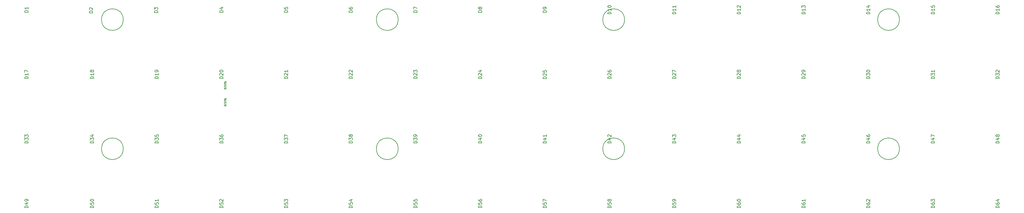
<source format=gbr>
%TF.GenerationSoftware,KiCad,Pcbnew,7.0.7*%
%TF.CreationDate,2023-10-11T09:13:37-04:00*%
%TF.ProjectId,HardLight,48617264-4c69-4676-9874-2e6b69636164,Mark 2 Rev F*%
%TF.SameCoordinates,Original*%
%TF.FileFunction,Other,Comment*%
%FSLAX46Y46*%
G04 Gerber Fmt 4.6, Leading zero omitted, Abs format (unit mm)*
G04 Created by KiCad (PCBNEW 7.0.7) date 2023-10-11 09:13:37*
%MOMM*%
%LPD*%
G01*
G04 APERTURE LIST*
%ADD10C,0.150000*%
%ADD11C,0.030000*%
G04 APERTURE END LIST*
D10*
X42673569Y-88325594D02*
X41673569Y-88325594D01*
X41673569Y-88325594D02*
X41673569Y-88087499D01*
X41673569Y-88087499D02*
X41721188Y-87944642D01*
X41721188Y-87944642D02*
X41816426Y-87849404D01*
X41816426Y-87849404D02*
X41911664Y-87801785D01*
X41911664Y-87801785D02*
X42102140Y-87754166D01*
X42102140Y-87754166D02*
X42244997Y-87754166D01*
X42244997Y-87754166D02*
X42435473Y-87801785D01*
X42435473Y-87801785D02*
X42530711Y-87849404D01*
X42530711Y-87849404D02*
X42625950Y-87944642D01*
X42625950Y-87944642D02*
X42673569Y-88087499D01*
X42673569Y-88087499D02*
X42673569Y-88325594D01*
X42673569Y-86801785D02*
X42673569Y-87373213D01*
X42673569Y-87087499D02*
X41673569Y-87087499D01*
X41673569Y-87087499D02*
X41816426Y-87182737D01*
X41816426Y-87182737D02*
X41911664Y-87277975D01*
X41911664Y-87277975D02*
X41959283Y-87373213D01*
X61673569Y-88475594D02*
X60673569Y-88475594D01*
X60673569Y-88475594D02*
X60673569Y-88237499D01*
X60673569Y-88237499D02*
X60721188Y-88094642D01*
X60721188Y-88094642D02*
X60816426Y-87999404D01*
X60816426Y-87999404D02*
X60911664Y-87951785D01*
X60911664Y-87951785D02*
X61102140Y-87904166D01*
X61102140Y-87904166D02*
X61244997Y-87904166D01*
X61244997Y-87904166D02*
X61435473Y-87951785D01*
X61435473Y-87951785D02*
X61530711Y-87999404D01*
X61530711Y-87999404D02*
X61625950Y-88094642D01*
X61625950Y-88094642D02*
X61673569Y-88237499D01*
X61673569Y-88237499D02*
X61673569Y-88475594D01*
X60768807Y-87523213D02*
X60721188Y-87475594D01*
X60721188Y-87475594D02*
X60673569Y-87380356D01*
X60673569Y-87380356D02*
X60673569Y-87142261D01*
X60673569Y-87142261D02*
X60721188Y-87047023D01*
X60721188Y-87047023D02*
X60768807Y-86999404D01*
X60768807Y-86999404D02*
X60864045Y-86951785D01*
X60864045Y-86951785D02*
X60959283Y-86951785D01*
X60959283Y-86951785D02*
X61102140Y-86999404D01*
X61102140Y-86999404D02*
X61673569Y-87570832D01*
X61673569Y-87570832D02*
X61673569Y-86951785D01*
X80823569Y-88425594D02*
X79823569Y-88425594D01*
X79823569Y-88425594D02*
X79823569Y-88187499D01*
X79823569Y-88187499D02*
X79871188Y-88044642D01*
X79871188Y-88044642D02*
X79966426Y-87949404D01*
X79966426Y-87949404D02*
X80061664Y-87901785D01*
X80061664Y-87901785D02*
X80252140Y-87854166D01*
X80252140Y-87854166D02*
X80394997Y-87854166D01*
X80394997Y-87854166D02*
X80585473Y-87901785D01*
X80585473Y-87901785D02*
X80680711Y-87949404D01*
X80680711Y-87949404D02*
X80775950Y-88044642D01*
X80775950Y-88044642D02*
X80823569Y-88187499D01*
X80823569Y-88187499D02*
X80823569Y-88425594D01*
X79823569Y-87520832D02*
X79823569Y-86901785D01*
X79823569Y-86901785D02*
X80204521Y-87235118D01*
X80204521Y-87235118D02*
X80204521Y-87092261D01*
X80204521Y-87092261D02*
X80252140Y-86997023D01*
X80252140Y-86997023D02*
X80299759Y-86949404D01*
X80299759Y-86949404D02*
X80394997Y-86901785D01*
X80394997Y-86901785D02*
X80633092Y-86901785D01*
X80633092Y-86901785D02*
X80728330Y-86949404D01*
X80728330Y-86949404D02*
X80775950Y-86997023D01*
X80775950Y-86997023D02*
X80823569Y-87092261D01*
X80823569Y-87092261D02*
X80823569Y-87377975D01*
X80823569Y-87377975D02*
X80775950Y-87473213D01*
X80775950Y-87473213D02*
X80728330Y-87520832D01*
X100073569Y-88325594D02*
X99073569Y-88325594D01*
X99073569Y-88325594D02*
X99073569Y-88087499D01*
X99073569Y-88087499D02*
X99121188Y-87944642D01*
X99121188Y-87944642D02*
X99216426Y-87849404D01*
X99216426Y-87849404D02*
X99311664Y-87801785D01*
X99311664Y-87801785D02*
X99502140Y-87754166D01*
X99502140Y-87754166D02*
X99644997Y-87754166D01*
X99644997Y-87754166D02*
X99835473Y-87801785D01*
X99835473Y-87801785D02*
X99930711Y-87849404D01*
X99930711Y-87849404D02*
X100025950Y-87944642D01*
X100025950Y-87944642D02*
X100073569Y-88087499D01*
X100073569Y-88087499D02*
X100073569Y-88325594D01*
X99406902Y-86897023D02*
X100073569Y-86897023D01*
X99025950Y-87135118D02*
X99740235Y-87373213D01*
X99740235Y-87373213D02*
X99740235Y-86754166D01*
X119123569Y-88325594D02*
X118123569Y-88325594D01*
X118123569Y-88325594D02*
X118123569Y-88087499D01*
X118123569Y-88087499D02*
X118171188Y-87944642D01*
X118171188Y-87944642D02*
X118266426Y-87849404D01*
X118266426Y-87849404D02*
X118361664Y-87801785D01*
X118361664Y-87801785D02*
X118552140Y-87754166D01*
X118552140Y-87754166D02*
X118694997Y-87754166D01*
X118694997Y-87754166D02*
X118885473Y-87801785D01*
X118885473Y-87801785D02*
X118980711Y-87849404D01*
X118980711Y-87849404D02*
X119075950Y-87944642D01*
X119075950Y-87944642D02*
X119123569Y-88087499D01*
X119123569Y-88087499D02*
X119123569Y-88325594D01*
X118123569Y-86849404D02*
X118123569Y-87325594D01*
X118123569Y-87325594D02*
X118599759Y-87373213D01*
X118599759Y-87373213D02*
X118552140Y-87325594D01*
X118552140Y-87325594D02*
X118504521Y-87230356D01*
X118504521Y-87230356D02*
X118504521Y-86992261D01*
X118504521Y-86992261D02*
X118552140Y-86897023D01*
X118552140Y-86897023D02*
X118599759Y-86849404D01*
X118599759Y-86849404D02*
X118694997Y-86801785D01*
X118694997Y-86801785D02*
X118933092Y-86801785D01*
X118933092Y-86801785D02*
X119028330Y-86849404D01*
X119028330Y-86849404D02*
X119075950Y-86897023D01*
X119075950Y-86897023D02*
X119123569Y-86992261D01*
X119123569Y-86992261D02*
X119123569Y-87230356D01*
X119123569Y-87230356D02*
X119075950Y-87325594D01*
X119075950Y-87325594D02*
X119028330Y-87373213D01*
X138173569Y-88325594D02*
X137173569Y-88325594D01*
X137173569Y-88325594D02*
X137173569Y-88087499D01*
X137173569Y-88087499D02*
X137221188Y-87944642D01*
X137221188Y-87944642D02*
X137316426Y-87849404D01*
X137316426Y-87849404D02*
X137411664Y-87801785D01*
X137411664Y-87801785D02*
X137602140Y-87754166D01*
X137602140Y-87754166D02*
X137744997Y-87754166D01*
X137744997Y-87754166D02*
X137935473Y-87801785D01*
X137935473Y-87801785D02*
X138030711Y-87849404D01*
X138030711Y-87849404D02*
X138125950Y-87944642D01*
X138125950Y-87944642D02*
X138173569Y-88087499D01*
X138173569Y-88087499D02*
X138173569Y-88325594D01*
X137173569Y-86897023D02*
X137173569Y-87087499D01*
X137173569Y-87087499D02*
X137221188Y-87182737D01*
X137221188Y-87182737D02*
X137268807Y-87230356D01*
X137268807Y-87230356D02*
X137411664Y-87325594D01*
X137411664Y-87325594D02*
X137602140Y-87373213D01*
X137602140Y-87373213D02*
X137983092Y-87373213D01*
X137983092Y-87373213D02*
X138078330Y-87325594D01*
X138078330Y-87325594D02*
X138125950Y-87277975D01*
X138125950Y-87277975D02*
X138173569Y-87182737D01*
X138173569Y-87182737D02*
X138173569Y-86992261D01*
X138173569Y-86992261D02*
X138125950Y-86897023D01*
X138125950Y-86897023D02*
X138078330Y-86849404D01*
X138078330Y-86849404D02*
X137983092Y-86801785D01*
X137983092Y-86801785D02*
X137744997Y-86801785D01*
X137744997Y-86801785D02*
X137649759Y-86849404D01*
X137649759Y-86849404D02*
X137602140Y-86897023D01*
X137602140Y-86897023D02*
X137554521Y-86992261D01*
X137554521Y-86992261D02*
X137554521Y-87182737D01*
X137554521Y-87182737D02*
X137602140Y-87277975D01*
X137602140Y-87277975D02*
X137649759Y-87325594D01*
X137649759Y-87325594D02*
X137744997Y-87373213D01*
X157223569Y-88325594D02*
X156223569Y-88325594D01*
X156223569Y-88325594D02*
X156223569Y-88087499D01*
X156223569Y-88087499D02*
X156271188Y-87944642D01*
X156271188Y-87944642D02*
X156366426Y-87849404D01*
X156366426Y-87849404D02*
X156461664Y-87801785D01*
X156461664Y-87801785D02*
X156652140Y-87754166D01*
X156652140Y-87754166D02*
X156794997Y-87754166D01*
X156794997Y-87754166D02*
X156985473Y-87801785D01*
X156985473Y-87801785D02*
X157080711Y-87849404D01*
X157080711Y-87849404D02*
X157175950Y-87944642D01*
X157175950Y-87944642D02*
X157223569Y-88087499D01*
X157223569Y-88087499D02*
X157223569Y-88325594D01*
X156223569Y-87420832D02*
X156223569Y-86754166D01*
X156223569Y-86754166D02*
X157223569Y-87182737D01*
X176273569Y-88325594D02*
X175273569Y-88325594D01*
X175273569Y-88325594D02*
X175273569Y-88087499D01*
X175273569Y-88087499D02*
X175321188Y-87944642D01*
X175321188Y-87944642D02*
X175416426Y-87849404D01*
X175416426Y-87849404D02*
X175511664Y-87801785D01*
X175511664Y-87801785D02*
X175702140Y-87754166D01*
X175702140Y-87754166D02*
X175844997Y-87754166D01*
X175844997Y-87754166D02*
X176035473Y-87801785D01*
X176035473Y-87801785D02*
X176130711Y-87849404D01*
X176130711Y-87849404D02*
X176225950Y-87944642D01*
X176225950Y-87944642D02*
X176273569Y-88087499D01*
X176273569Y-88087499D02*
X176273569Y-88325594D01*
X175702140Y-87182737D02*
X175654521Y-87277975D01*
X175654521Y-87277975D02*
X175606902Y-87325594D01*
X175606902Y-87325594D02*
X175511664Y-87373213D01*
X175511664Y-87373213D02*
X175464045Y-87373213D01*
X175464045Y-87373213D02*
X175368807Y-87325594D01*
X175368807Y-87325594D02*
X175321188Y-87277975D01*
X175321188Y-87277975D02*
X175273569Y-87182737D01*
X175273569Y-87182737D02*
X175273569Y-86992261D01*
X175273569Y-86992261D02*
X175321188Y-86897023D01*
X175321188Y-86897023D02*
X175368807Y-86849404D01*
X175368807Y-86849404D02*
X175464045Y-86801785D01*
X175464045Y-86801785D02*
X175511664Y-86801785D01*
X175511664Y-86801785D02*
X175606902Y-86849404D01*
X175606902Y-86849404D02*
X175654521Y-86897023D01*
X175654521Y-86897023D02*
X175702140Y-86992261D01*
X175702140Y-86992261D02*
X175702140Y-87182737D01*
X175702140Y-87182737D02*
X175749759Y-87277975D01*
X175749759Y-87277975D02*
X175797378Y-87325594D01*
X175797378Y-87325594D02*
X175892616Y-87373213D01*
X175892616Y-87373213D02*
X176083092Y-87373213D01*
X176083092Y-87373213D02*
X176178330Y-87325594D01*
X176178330Y-87325594D02*
X176225950Y-87277975D01*
X176225950Y-87277975D02*
X176273569Y-87182737D01*
X176273569Y-87182737D02*
X176273569Y-86992261D01*
X176273569Y-86992261D02*
X176225950Y-86897023D01*
X176225950Y-86897023D02*
X176178330Y-86849404D01*
X176178330Y-86849404D02*
X176083092Y-86801785D01*
X176083092Y-86801785D02*
X175892616Y-86801785D01*
X175892616Y-86801785D02*
X175797378Y-86849404D01*
X175797378Y-86849404D02*
X175749759Y-86897023D01*
X175749759Y-86897023D02*
X175702140Y-86992261D01*
X195323569Y-88325594D02*
X194323569Y-88325594D01*
X194323569Y-88325594D02*
X194323569Y-88087499D01*
X194323569Y-88087499D02*
X194371188Y-87944642D01*
X194371188Y-87944642D02*
X194466426Y-87849404D01*
X194466426Y-87849404D02*
X194561664Y-87801785D01*
X194561664Y-87801785D02*
X194752140Y-87754166D01*
X194752140Y-87754166D02*
X194894997Y-87754166D01*
X194894997Y-87754166D02*
X195085473Y-87801785D01*
X195085473Y-87801785D02*
X195180711Y-87849404D01*
X195180711Y-87849404D02*
X195275950Y-87944642D01*
X195275950Y-87944642D02*
X195323569Y-88087499D01*
X195323569Y-88087499D02*
X195323569Y-88325594D01*
X195323569Y-87277975D02*
X195323569Y-87087499D01*
X195323569Y-87087499D02*
X195275950Y-86992261D01*
X195275950Y-86992261D02*
X195228330Y-86944642D01*
X195228330Y-86944642D02*
X195085473Y-86849404D01*
X195085473Y-86849404D02*
X194894997Y-86801785D01*
X194894997Y-86801785D02*
X194514045Y-86801785D01*
X194514045Y-86801785D02*
X194418807Y-86849404D01*
X194418807Y-86849404D02*
X194371188Y-86897023D01*
X194371188Y-86897023D02*
X194323569Y-86992261D01*
X194323569Y-86992261D02*
X194323569Y-87182737D01*
X194323569Y-87182737D02*
X194371188Y-87277975D01*
X194371188Y-87277975D02*
X194418807Y-87325594D01*
X194418807Y-87325594D02*
X194514045Y-87373213D01*
X194514045Y-87373213D02*
X194752140Y-87373213D01*
X194752140Y-87373213D02*
X194847378Y-87325594D01*
X194847378Y-87325594D02*
X194894997Y-87277975D01*
X194894997Y-87277975D02*
X194942616Y-87182737D01*
X194942616Y-87182737D02*
X194942616Y-86992261D01*
X194942616Y-86992261D02*
X194894997Y-86897023D01*
X194894997Y-86897023D02*
X194847378Y-86849404D01*
X194847378Y-86849404D02*
X194752140Y-86801785D01*
X214373569Y-88801785D02*
X213373569Y-88801785D01*
X213373569Y-88801785D02*
X213373569Y-88563690D01*
X213373569Y-88563690D02*
X213421188Y-88420833D01*
X213421188Y-88420833D02*
X213516426Y-88325595D01*
X213516426Y-88325595D02*
X213611664Y-88277976D01*
X213611664Y-88277976D02*
X213802140Y-88230357D01*
X213802140Y-88230357D02*
X213944997Y-88230357D01*
X213944997Y-88230357D02*
X214135473Y-88277976D01*
X214135473Y-88277976D02*
X214230711Y-88325595D01*
X214230711Y-88325595D02*
X214325950Y-88420833D01*
X214325950Y-88420833D02*
X214373569Y-88563690D01*
X214373569Y-88563690D02*
X214373569Y-88801785D01*
X214373569Y-87277976D02*
X214373569Y-87849404D01*
X214373569Y-87563690D02*
X213373569Y-87563690D01*
X213373569Y-87563690D02*
X213516426Y-87658928D01*
X213516426Y-87658928D02*
X213611664Y-87754166D01*
X213611664Y-87754166D02*
X213659283Y-87849404D01*
X213373569Y-86658928D02*
X213373569Y-86563690D01*
X213373569Y-86563690D02*
X213421188Y-86468452D01*
X213421188Y-86468452D02*
X213468807Y-86420833D01*
X213468807Y-86420833D02*
X213564045Y-86373214D01*
X213564045Y-86373214D02*
X213754521Y-86325595D01*
X213754521Y-86325595D02*
X213992616Y-86325595D01*
X213992616Y-86325595D02*
X214183092Y-86373214D01*
X214183092Y-86373214D02*
X214278330Y-86420833D01*
X214278330Y-86420833D02*
X214325950Y-86468452D01*
X214325950Y-86468452D02*
X214373569Y-86563690D01*
X214373569Y-86563690D02*
X214373569Y-86658928D01*
X214373569Y-86658928D02*
X214325950Y-86754166D01*
X214325950Y-86754166D02*
X214278330Y-86801785D01*
X214278330Y-86801785D02*
X214183092Y-86849404D01*
X214183092Y-86849404D02*
X213992616Y-86897023D01*
X213992616Y-86897023D02*
X213754521Y-86897023D01*
X213754521Y-86897023D02*
X213564045Y-86849404D01*
X213564045Y-86849404D02*
X213468807Y-86801785D01*
X213468807Y-86801785D02*
X213421188Y-86754166D01*
X213421188Y-86754166D02*
X213373569Y-86658928D01*
X233423569Y-88801785D02*
X232423569Y-88801785D01*
X232423569Y-88801785D02*
X232423569Y-88563690D01*
X232423569Y-88563690D02*
X232471188Y-88420833D01*
X232471188Y-88420833D02*
X232566426Y-88325595D01*
X232566426Y-88325595D02*
X232661664Y-88277976D01*
X232661664Y-88277976D02*
X232852140Y-88230357D01*
X232852140Y-88230357D02*
X232994997Y-88230357D01*
X232994997Y-88230357D02*
X233185473Y-88277976D01*
X233185473Y-88277976D02*
X233280711Y-88325595D01*
X233280711Y-88325595D02*
X233375950Y-88420833D01*
X233375950Y-88420833D02*
X233423569Y-88563690D01*
X233423569Y-88563690D02*
X233423569Y-88801785D01*
X233423569Y-87277976D02*
X233423569Y-87849404D01*
X233423569Y-87563690D02*
X232423569Y-87563690D01*
X232423569Y-87563690D02*
X232566426Y-87658928D01*
X232566426Y-87658928D02*
X232661664Y-87754166D01*
X232661664Y-87754166D02*
X232709283Y-87849404D01*
X233423569Y-86325595D02*
X233423569Y-86897023D01*
X233423569Y-86611309D02*
X232423569Y-86611309D01*
X232423569Y-86611309D02*
X232566426Y-86706547D01*
X232566426Y-86706547D02*
X232661664Y-86801785D01*
X232661664Y-86801785D02*
X232709283Y-86897023D01*
X252473569Y-88801785D02*
X251473569Y-88801785D01*
X251473569Y-88801785D02*
X251473569Y-88563690D01*
X251473569Y-88563690D02*
X251521188Y-88420833D01*
X251521188Y-88420833D02*
X251616426Y-88325595D01*
X251616426Y-88325595D02*
X251711664Y-88277976D01*
X251711664Y-88277976D02*
X251902140Y-88230357D01*
X251902140Y-88230357D02*
X252044997Y-88230357D01*
X252044997Y-88230357D02*
X252235473Y-88277976D01*
X252235473Y-88277976D02*
X252330711Y-88325595D01*
X252330711Y-88325595D02*
X252425950Y-88420833D01*
X252425950Y-88420833D02*
X252473569Y-88563690D01*
X252473569Y-88563690D02*
X252473569Y-88801785D01*
X252473569Y-87277976D02*
X252473569Y-87849404D01*
X252473569Y-87563690D02*
X251473569Y-87563690D01*
X251473569Y-87563690D02*
X251616426Y-87658928D01*
X251616426Y-87658928D02*
X251711664Y-87754166D01*
X251711664Y-87754166D02*
X251759283Y-87849404D01*
X251568807Y-86897023D02*
X251521188Y-86849404D01*
X251521188Y-86849404D02*
X251473569Y-86754166D01*
X251473569Y-86754166D02*
X251473569Y-86516071D01*
X251473569Y-86516071D02*
X251521188Y-86420833D01*
X251521188Y-86420833D02*
X251568807Y-86373214D01*
X251568807Y-86373214D02*
X251664045Y-86325595D01*
X251664045Y-86325595D02*
X251759283Y-86325595D01*
X251759283Y-86325595D02*
X251902140Y-86373214D01*
X251902140Y-86373214D02*
X252473569Y-86944642D01*
X252473569Y-86944642D02*
X252473569Y-86325595D01*
X271523569Y-88801785D02*
X270523569Y-88801785D01*
X270523569Y-88801785D02*
X270523569Y-88563690D01*
X270523569Y-88563690D02*
X270571188Y-88420833D01*
X270571188Y-88420833D02*
X270666426Y-88325595D01*
X270666426Y-88325595D02*
X270761664Y-88277976D01*
X270761664Y-88277976D02*
X270952140Y-88230357D01*
X270952140Y-88230357D02*
X271094997Y-88230357D01*
X271094997Y-88230357D02*
X271285473Y-88277976D01*
X271285473Y-88277976D02*
X271380711Y-88325595D01*
X271380711Y-88325595D02*
X271475950Y-88420833D01*
X271475950Y-88420833D02*
X271523569Y-88563690D01*
X271523569Y-88563690D02*
X271523569Y-88801785D01*
X271523569Y-87277976D02*
X271523569Y-87849404D01*
X271523569Y-87563690D02*
X270523569Y-87563690D01*
X270523569Y-87563690D02*
X270666426Y-87658928D01*
X270666426Y-87658928D02*
X270761664Y-87754166D01*
X270761664Y-87754166D02*
X270809283Y-87849404D01*
X270523569Y-86944642D02*
X270523569Y-86325595D01*
X270523569Y-86325595D02*
X270904521Y-86658928D01*
X270904521Y-86658928D02*
X270904521Y-86516071D01*
X270904521Y-86516071D02*
X270952140Y-86420833D01*
X270952140Y-86420833D02*
X270999759Y-86373214D01*
X270999759Y-86373214D02*
X271094997Y-86325595D01*
X271094997Y-86325595D02*
X271333092Y-86325595D01*
X271333092Y-86325595D02*
X271428330Y-86373214D01*
X271428330Y-86373214D02*
X271475950Y-86420833D01*
X271475950Y-86420833D02*
X271523569Y-86516071D01*
X271523569Y-86516071D02*
X271523569Y-86801785D01*
X271523569Y-86801785D02*
X271475950Y-86897023D01*
X271475950Y-86897023D02*
X271428330Y-86944642D01*
X290573569Y-88801785D02*
X289573569Y-88801785D01*
X289573569Y-88801785D02*
X289573569Y-88563690D01*
X289573569Y-88563690D02*
X289621188Y-88420833D01*
X289621188Y-88420833D02*
X289716426Y-88325595D01*
X289716426Y-88325595D02*
X289811664Y-88277976D01*
X289811664Y-88277976D02*
X290002140Y-88230357D01*
X290002140Y-88230357D02*
X290144997Y-88230357D01*
X290144997Y-88230357D02*
X290335473Y-88277976D01*
X290335473Y-88277976D02*
X290430711Y-88325595D01*
X290430711Y-88325595D02*
X290525950Y-88420833D01*
X290525950Y-88420833D02*
X290573569Y-88563690D01*
X290573569Y-88563690D02*
X290573569Y-88801785D01*
X290573569Y-87277976D02*
X290573569Y-87849404D01*
X290573569Y-87563690D02*
X289573569Y-87563690D01*
X289573569Y-87563690D02*
X289716426Y-87658928D01*
X289716426Y-87658928D02*
X289811664Y-87754166D01*
X289811664Y-87754166D02*
X289859283Y-87849404D01*
X289906902Y-86420833D02*
X290573569Y-86420833D01*
X289525950Y-86658928D02*
X290240235Y-86897023D01*
X290240235Y-86897023D02*
X290240235Y-86277976D01*
X309623569Y-88801785D02*
X308623569Y-88801785D01*
X308623569Y-88801785D02*
X308623569Y-88563690D01*
X308623569Y-88563690D02*
X308671188Y-88420833D01*
X308671188Y-88420833D02*
X308766426Y-88325595D01*
X308766426Y-88325595D02*
X308861664Y-88277976D01*
X308861664Y-88277976D02*
X309052140Y-88230357D01*
X309052140Y-88230357D02*
X309194997Y-88230357D01*
X309194997Y-88230357D02*
X309385473Y-88277976D01*
X309385473Y-88277976D02*
X309480711Y-88325595D01*
X309480711Y-88325595D02*
X309575950Y-88420833D01*
X309575950Y-88420833D02*
X309623569Y-88563690D01*
X309623569Y-88563690D02*
X309623569Y-88801785D01*
X309623569Y-87277976D02*
X309623569Y-87849404D01*
X309623569Y-87563690D02*
X308623569Y-87563690D01*
X308623569Y-87563690D02*
X308766426Y-87658928D01*
X308766426Y-87658928D02*
X308861664Y-87754166D01*
X308861664Y-87754166D02*
X308909283Y-87849404D01*
X308623569Y-86373214D02*
X308623569Y-86849404D01*
X308623569Y-86849404D02*
X309099759Y-86897023D01*
X309099759Y-86897023D02*
X309052140Y-86849404D01*
X309052140Y-86849404D02*
X309004521Y-86754166D01*
X309004521Y-86754166D02*
X309004521Y-86516071D01*
X309004521Y-86516071D02*
X309052140Y-86420833D01*
X309052140Y-86420833D02*
X309099759Y-86373214D01*
X309099759Y-86373214D02*
X309194997Y-86325595D01*
X309194997Y-86325595D02*
X309433092Y-86325595D01*
X309433092Y-86325595D02*
X309528330Y-86373214D01*
X309528330Y-86373214D02*
X309575950Y-86420833D01*
X309575950Y-86420833D02*
X309623569Y-86516071D01*
X309623569Y-86516071D02*
X309623569Y-86754166D01*
X309623569Y-86754166D02*
X309575950Y-86849404D01*
X309575950Y-86849404D02*
X309528330Y-86897023D01*
X328673569Y-88801785D02*
X327673569Y-88801785D01*
X327673569Y-88801785D02*
X327673569Y-88563690D01*
X327673569Y-88563690D02*
X327721188Y-88420833D01*
X327721188Y-88420833D02*
X327816426Y-88325595D01*
X327816426Y-88325595D02*
X327911664Y-88277976D01*
X327911664Y-88277976D02*
X328102140Y-88230357D01*
X328102140Y-88230357D02*
X328244997Y-88230357D01*
X328244997Y-88230357D02*
X328435473Y-88277976D01*
X328435473Y-88277976D02*
X328530711Y-88325595D01*
X328530711Y-88325595D02*
X328625950Y-88420833D01*
X328625950Y-88420833D02*
X328673569Y-88563690D01*
X328673569Y-88563690D02*
X328673569Y-88801785D01*
X328673569Y-87277976D02*
X328673569Y-87849404D01*
X328673569Y-87563690D02*
X327673569Y-87563690D01*
X327673569Y-87563690D02*
X327816426Y-87658928D01*
X327816426Y-87658928D02*
X327911664Y-87754166D01*
X327911664Y-87754166D02*
X327959283Y-87849404D01*
X327673569Y-86420833D02*
X327673569Y-86611309D01*
X327673569Y-86611309D02*
X327721188Y-86706547D01*
X327721188Y-86706547D02*
X327768807Y-86754166D01*
X327768807Y-86754166D02*
X327911664Y-86849404D01*
X327911664Y-86849404D02*
X328102140Y-86897023D01*
X328102140Y-86897023D02*
X328483092Y-86897023D01*
X328483092Y-86897023D02*
X328578330Y-86849404D01*
X328578330Y-86849404D02*
X328625950Y-86801785D01*
X328625950Y-86801785D02*
X328673569Y-86706547D01*
X328673569Y-86706547D02*
X328673569Y-86516071D01*
X328673569Y-86516071D02*
X328625950Y-86420833D01*
X328625950Y-86420833D02*
X328578330Y-86373214D01*
X328578330Y-86373214D02*
X328483092Y-86325595D01*
X328483092Y-86325595D02*
X328244997Y-86325595D01*
X328244997Y-86325595D02*
X328149759Y-86373214D01*
X328149759Y-86373214D02*
X328102140Y-86420833D01*
X328102140Y-86420833D02*
X328054521Y-86516071D01*
X328054521Y-86516071D02*
X328054521Y-86706547D01*
X328054521Y-86706547D02*
X328102140Y-86801785D01*
X328102140Y-86801785D02*
X328149759Y-86849404D01*
X328149759Y-86849404D02*
X328244997Y-86897023D01*
X42673569Y-107851785D02*
X41673569Y-107851785D01*
X41673569Y-107851785D02*
X41673569Y-107613690D01*
X41673569Y-107613690D02*
X41721188Y-107470833D01*
X41721188Y-107470833D02*
X41816426Y-107375595D01*
X41816426Y-107375595D02*
X41911664Y-107327976D01*
X41911664Y-107327976D02*
X42102140Y-107280357D01*
X42102140Y-107280357D02*
X42244997Y-107280357D01*
X42244997Y-107280357D02*
X42435473Y-107327976D01*
X42435473Y-107327976D02*
X42530711Y-107375595D01*
X42530711Y-107375595D02*
X42625950Y-107470833D01*
X42625950Y-107470833D02*
X42673569Y-107613690D01*
X42673569Y-107613690D02*
X42673569Y-107851785D01*
X42673569Y-106327976D02*
X42673569Y-106899404D01*
X42673569Y-106613690D02*
X41673569Y-106613690D01*
X41673569Y-106613690D02*
X41816426Y-106708928D01*
X41816426Y-106708928D02*
X41911664Y-106804166D01*
X41911664Y-106804166D02*
X41959283Y-106899404D01*
X41673569Y-105994642D02*
X41673569Y-105327976D01*
X41673569Y-105327976D02*
X42673569Y-105756547D01*
X61973569Y-107851785D02*
X60973569Y-107851785D01*
X60973569Y-107851785D02*
X60973569Y-107613690D01*
X60973569Y-107613690D02*
X61021188Y-107470833D01*
X61021188Y-107470833D02*
X61116426Y-107375595D01*
X61116426Y-107375595D02*
X61211664Y-107327976D01*
X61211664Y-107327976D02*
X61402140Y-107280357D01*
X61402140Y-107280357D02*
X61544997Y-107280357D01*
X61544997Y-107280357D02*
X61735473Y-107327976D01*
X61735473Y-107327976D02*
X61830711Y-107375595D01*
X61830711Y-107375595D02*
X61925950Y-107470833D01*
X61925950Y-107470833D02*
X61973569Y-107613690D01*
X61973569Y-107613690D02*
X61973569Y-107851785D01*
X61973569Y-106327976D02*
X61973569Y-106899404D01*
X61973569Y-106613690D02*
X60973569Y-106613690D01*
X60973569Y-106613690D02*
X61116426Y-106708928D01*
X61116426Y-106708928D02*
X61211664Y-106804166D01*
X61211664Y-106804166D02*
X61259283Y-106899404D01*
X61402140Y-105756547D02*
X61354521Y-105851785D01*
X61354521Y-105851785D02*
X61306902Y-105899404D01*
X61306902Y-105899404D02*
X61211664Y-105947023D01*
X61211664Y-105947023D02*
X61164045Y-105947023D01*
X61164045Y-105947023D02*
X61068807Y-105899404D01*
X61068807Y-105899404D02*
X61021188Y-105851785D01*
X61021188Y-105851785D02*
X60973569Y-105756547D01*
X60973569Y-105756547D02*
X60973569Y-105566071D01*
X60973569Y-105566071D02*
X61021188Y-105470833D01*
X61021188Y-105470833D02*
X61068807Y-105423214D01*
X61068807Y-105423214D02*
X61164045Y-105375595D01*
X61164045Y-105375595D02*
X61211664Y-105375595D01*
X61211664Y-105375595D02*
X61306902Y-105423214D01*
X61306902Y-105423214D02*
X61354521Y-105470833D01*
X61354521Y-105470833D02*
X61402140Y-105566071D01*
X61402140Y-105566071D02*
X61402140Y-105756547D01*
X61402140Y-105756547D02*
X61449759Y-105851785D01*
X61449759Y-105851785D02*
X61497378Y-105899404D01*
X61497378Y-105899404D02*
X61592616Y-105947023D01*
X61592616Y-105947023D02*
X61783092Y-105947023D01*
X61783092Y-105947023D02*
X61878330Y-105899404D01*
X61878330Y-105899404D02*
X61925950Y-105851785D01*
X61925950Y-105851785D02*
X61973569Y-105756547D01*
X61973569Y-105756547D02*
X61973569Y-105566071D01*
X61973569Y-105566071D02*
X61925950Y-105470833D01*
X61925950Y-105470833D02*
X61878330Y-105423214D01*
X61878330Y-105423214D02*
X61783092Y-105375595D01*
X61783092Y-105375595D02*
X61592616Y-105375595D01*
X61592616Y-105375595D02*
X61497378Y-105423214D01*
X61497378Y-105423214D02*
X61449759Y-105470833D01*
X61449759Y-105470833D02*
X61402140Y-105566071D01*
X81023569Y-107851785D02*
X80023569Y-107851785D01*
X80023569Y-107851785D02*
X80023569Y-107613690D01*
X80023569Y-107613690D02*
X80071188Y-107470833D01*
X80071188Y-107470833D02*
X80166426Y-107375595D01*
X80166426Y-107375595D02*
X80261664Y-107327976D01*
X80261664Y-107327976D02*
X80452140Y-107280357D01*
X80452140Y-107280357D02*
X80594997Y-107280357D01*
X80594997Y-107280357D02*
X80785473Y-107327976D01*
X80785473Y-107327976D02*
X80880711Y-107375595D01*
X80880711Y-107375595D02*
X80975950Y-107470833D01*
X80975950Y-107470833D02*
X81023569Y-107613690D01*
X81023569Y-107613690D02*
X81023569Y-107851785D01*
X81023569Y-106327976D02*
X81023569Y-106899404D01*
X81023569Y-106613690D02*
X80023569Y-106613690D01*
X80023569Y-106613690D02*
X80166426Y-106708928D01*
X80166426Y-106708928D02*
X80261664Y-106804166D01*
X80261664Y-106804166D02*
X80309283Y-106899404D01*
X81023569Y-105851785D02*
X81023569Y-105661309D01*
X81023569Y-105661309D02*
X80975950Y-105566071D01*
X80975950Y-105566071D02*
X80928330Y-105518452D01*
X80928330Y-105518452D02*
X80785473Y-105423214D01*
X80785473Y-105423214D02*
X80594997Y-105375595D01*
X80594997Y-105375595D02*
X80214045Y-105375595D01*
X80214045Y-105375595D02*
X80118807Y-105423214D01*
X80118807Y-105423214D02*
X80071188Y-105470833D01*
X80071188Y-105470833D02*
X80023569Y-105566071D01*
X80023569Y-105566071D02*
X80023569Y-105756547D01*
X80023569Y-105756547D02*
X80071188Y-105851785D01*
X80071188Y-105851785D02*
X80118807Y-105899404D01*
X80118807Y-105899404D02*
X80214045Y-105947023D01*
X80214045Y-105947023D02*
X80452140Y-105947023D01*
X80452140Y-105947023D02*
X80547378Y-105899404D01*
X80547378Y-105899404D02*
X80594997Y-105851785D01*
X80594997Y-105851785D02*
X80642616Y-105756547D01*
X80642616Y-105756547D02*
X80642616Y-105566071D01*
X80642616Y-105566071D02*
X80594997Y-105470833D01*
X80594997Y-105470833D02*
X80547378Y-105423214D01*
X80547378Y-105423214D02*
X80452140Y-105375595D01*
X100073569Y-107851785D02*
X99073569Y-107851785D01*
X99073569Y-107851785D02*
X99073569Y-107613690D01*
X99073569Y-107613690D02*
X99121188Y-107470833D01*
X99121188Y-107470833D02*
X99216426Y-107375595D01*
X99216426Y-107375595D02*
X99311664Y-107327976D01*
X99311664Y-107327976D02*
X99502140Y-107280357D01*
X99502140Y-107280357D02*
X99644997Y-107280357D01*
X99644997Y-107280357D02*
X99835473Y-107327976D01*
X99835473Y-107327976D02*
X99930711Y-107375595D01*
X99930711Y-107375595D02*
X100025950Y-107470833D01*
X100025950Y-107470833D02*
X100073569Y-107613690D01*
X100073569Y-107613690D02*
X100073569Y-107851785D01*
X99168807Y-106899404D02*
X99121188Y-106851785D01*
X99121188Y-106851785D02*
X99073569Y-106756547D01*
X99073569Y-106756547D02*
X99073569Y-106518452D01*
X99073569Y-106518452D02*
X99121188Y-106423214D01*
X99121188Y-106423214D02*
X99168807Y-106375595D01*
X99168807Y-106375595D02*
X99264045Y-106327976D01*
X99264045Y-106327976D02*
X99359283Y-106327976D01*
X99359283Y-106327976D02*
X99502140Y-106375595D01*
X99502140Y-106375595D02*
X100073569Y-106947023D01*
X100073569Y-106947023D02*
X100073569Y-106327976D01*
X99073569Y-105708928D02*
X99073569Y-105613690D01*
X99073569Y-105613690D02*
X99121188Y-105518452D01*
X99121188Y-105518452D02*
X99168807Y-105470833D01*
X99168807Y-105470833D02*
X99264045Y-105423214D01*
X99264045Y-105423214D02*
X99454521Y-105375595D01*
X99454521Y-105375595D02*
X99692616Y-105375595D01*
X99692616Y-105375595D02*
X99883092Y-105423214D01*
X99883092Y-105423214D02*
X99978330Y-105470833D01*
X99978330Y-105470833D02*
X100025950Y-105518452D01*
X100025950Y-105518452D02*
X100073569Y-105613690D01*
X100073569Y-105613690D02*
X100073569Y-105708928D01*
X100073569Y-105708928D02*
X100025950Y-105804166D01*
X100025950Y-105804166D02*
X99978330Y-105851785D01*
X99978330Y-105851785D02*
X99883092Y-105899404D01*
X99883092Y-105899404D02*
X99692616Y-105947023D01*
X99692616Y-105947023D02*
X99454521Y-105947023D01*
X99454521Y-105947023D02*
X99264045Y-105899404D01*
X99264045Y-105899404D02*
X99168807Y-105851785D01*
X99168807Y-105851785D02*
X99121188Y-105804166D01*
X99121188Y-105804166D02*
X99073569Y-105708928D01*
X119123569Y-107851785D02*
X118123569Y-107851785D01*
X118123569Y-107851785D02*
X118123569Y-107613690D01*
X118123569Y-107613690D02*
X118171188Y-107470833D01*
X118171188Y-107470833D02*
X118266426Y-107375595D01*
X118266426Y-107375595D02*
X118361664Y-107327976D01*
X118361664Y-107327976D02*
X118552140Y-107280357D01*
X118552140Y-107280357D02*
X118694997Y-107280357D01*
X118694997Y-107280357D02*
X118885473Y-107327976D01*
X118885473Y-107327976D02*
X118980711Y-107375595D01*
X118980711Y-107375595D02*
X119075950Y-107470833D01*
X119075950Y-107470833D02*
X119123569Y-107613690D01*
X119123569Y-107613690D02*
X119123569Y-107851785D01*
X118218807Y-106899404D02*
X118171188Y-106851785D01*
X118171188Y-106851785D02*
X118123569Y-106756547D01*
X118123569Y-106756547D02*
X118123569Y-106518452D01*
X118123569Y-106518452D02*
X118171188Y-106423214D01*
X118171188Y-106423214D02*
X118218807Y-106375595D01*
X118218807Y-106375595D02*
X118314045Y-106327976D01*
X118314045Y-106327976D02*
X118409283Y-106327976D01*
X118409283Y-106327976D02*
X118552140Y-106375595D01*
X118552140Y-106375595D02*
X119123569Y-106947023D01*
X119123569Y-106947023D02*
X119123569Y-106327976D01*
X119123569Y-105375595D02*
X119123569Y-105947023D01*
X119123569Y-105661309D02*
X118123569Y-105661309D01*
X118123569Y-105661309D02*
X118266426Y-105756547D01*
X118266426Y-105756547D02*
X118361664Y-105851785D01*
X118361664Y-105851785D02*
X118409283Y-105947023D01*
X138173569Y-107851785D02*
X137173569Y-107851785D01*
X137173569Y-107851785D02*
X137173569Y-107613690D01*
X137173569Y-107613690D02*
X137221188Y-107470833D01*
X137221188Y-107470833D02*
X137316426Y-107375595D01*
X137316426Y-107375595D02*
X137411664Y-107327976D01*
X137411664Y-107327976D02*
X137602140Y-107280357D01*
X137602140Y-107280357D02*
X137744997Y-107280357D01*
X137744997Y-107280357D02*
X137935473Y-107327976D01*
X137935473Y-107327976D02*
X138030711Y-107375595D01*
X138030711Y-107375595D02*
X138125950Y-107470833D01*
X138125950Y-107470833D02*
X138173569Y-107613690D01*
X138173569Y-107613690D02*
X138173569Y-107851785D01*
X137268807Y-106899404D02*
X137221188Y-106851785D01*
X137221188Y-106851785D02*
X137173569Y-106756547D01*
X137173569Y-106756547D02*
X137173569Y-106518452D01*
X137173569Y-106518452D02*
X137221188Y-106423214D01*
X137221188Y-106423214D02*
X137268807Y-106375595D01*
X137268807Y-106375595D02*
X137364045Y-106327976D01*
X137364045Y-106327976D02*
X137459283Y-106327976D01*
X137459283Y-106327976D02*
X137602140Y-106375595D01*
X137602140Y-106375595D02*
X138173569Y-106947023D01*
X138173569Y-106947023D02*
X138173569Y-106327976D01*
X137268807Y-105947023D02*
X137221188Y-105899404D01*
X137221188Y-105899404D02*
X137173569Y-105804166D01*
X137173569Y-105804166D02*
X137173569Y-105566071D01*
X137173569Y-105566071D02*
X137221188Y-105470833D01*
X137221188Y-105470833D02*
X137268807Y-105423214D01*
X137268807Y-105423214D02*
X137364045Y-105375595D01*
X137364045Y-105375595D02*
X137459283Y-105375595D01*
X137459283Y-105375595D02*
X137602140Y-105423214D01*
X137602140Y-105423214D02*
X138173569Y-105994642D01*
X138173569Y-105994642D02*
X138173569Y-105375595D01*
X157223569Y-107851785D02*
X156223569Y-107851785D01*
X156223569Y-107851785D02*
X156223569Y-107613690D01*
X156223569Y-107613690D02*
X156271188Y-107470833D01*
X156271188Y-107470833D02*
X156366426Y-107375595D01*
X156366426Y-107375595D02*
X156461664Y-107327976D01*
X156461664Y-107327976D02*
X156652140Y-107280357D01*
X156652140Y-107280357D02*
X156794997Y-107280357D01*
X156794997Y-107280357D02*
X156985473Y-107327976D01*
X156985473Y-107327976D02*
X157080711Y-107375595D01*
X157080711Y-107375595D02*
X157175950Y-107470833D01*
X157175950Y-107470833D02*
X157223569Y-107613690D01*
X157223569Y-107613690D02*
X157223569Y-107851785D01*
X156318807Y-106899404D02*
X156271188Y-106851785D01*
X156271188Y-106851785D02*
X156223569Y-106756547D01*
X156223569Y-106756547D02*
X156223569Y-106518452D01*
X156223569Y-106518452D02*
X156271188Y-106423214D01*
X156271188Y-106423214D02*
X156318807Y-106375595D01*
X156318807Y-106375595D02*
X156414045Y-106327976D01*
X156414045Y-106327976D02*
X156509283Y-106327976D01*
X156509283Y-106327976D02*
X156652140Y-106375595D01*
X156652140Y-106375595D02*
X157223569Y-106947023D01*
X157223569Y-106947023D02*
X157223569Y-106327976D01*
X156223569Y-105994642D02*
X156223569Y-105375595D01*
X156223569Y-105375595D02*
X156604521Y-105708928D01*
X156604521Y-105708928D02*
X156604521Y-105566071D01*
X156604521Y-105566071D02*
X156652140Y-105470833D01*
X156652140Y-105470833D02*
X156699759Y-105423214D01*
X156699759Y-105423214D02*
X156794997Y-105375595D01*
X156794997Y-105375595D02*
X157033092Y-105375595D01*
X157033092Y-105375595D02*
X157128330Y-105423214D01*
X157128330Y-105423214D02*
X157175950Y-105470833D01*
X157175950Y-105470833D02*
X157223569Y-105566071D01*
X157223569Y-105566071D02*
X157223569Y-105851785D01*
X157223569Y-105851785D02*
X157175950Y-105947023D01*
X157175950Y-105947023D02*
X157128330Y-105994642D01*
X176273569Y-107851785D02*
X175273569Y-107851785D01*
X175273569Y-107851785D02*
X175273569Y-107613690D01*
X175273569Y-107613690D02*
X175321188Y-107470833D01*
X175321188Y-107470833D02*
X175416426Y-107375595D01*
X175416426Y-107375595D02*
X175511664Y-107327976D01*
X175511664Y-107327976D02*
X175702140Y-107280357D01*
X175702140Y-107280357D02*
X175844997Y-107280357D01*
X175844997Y-107280357D02*
X176035473Y-107327976D01*
X176035473Y-107327976D02*
X176130711Y-107375595D01*
X176130711Y-107375595D02*
X176225950Y-107470833D01*
X176225950Y-107470833D02*
X176273569Y-107613690D01*
X176273569Y-107613690D02*
X176273569Y-107851785D01*
X175368807Y-106899404D02*
X175321188Y-106851785D01*
X175321188Y-106851785D02*
X175273569Y-106756547D01*
X175273569Y-106756547D02*
X175273569Y-106518452D01*
X175273569Y-106518452D02*
X175321188Y-106423214D01*
X175321188Y-106423214D02*
X175368807Y-106375595D01*
X175368807Y-106375595D02*
X175464045Y-106327976D01*
X175464045Y-106327976D02*
X175559283Y-106327976D01*
X175559283Y-106327976D02*
X175702140Y-106375595D01*
X175702140Y-106375595D02*
X176273569Y-106947023D01*
X176273569Y-106947023D02*
X176273569Y-106327976D01*
X175606902Y-105470833D02*
X176273569Y-105470833D01*
X175225950Y-105708928D02*
X175940235Y-105947023D01*
X175940235Y-105947023D02*
X175940235Y-105327976D01*
X195323569Y-107914285D02*
X194323569Y-107914285D01*
X194323569Y-107914285D02*
X194323569Y-107676190D01*
X194323569Y-107676190D02*
X194371188Y-107533333D01*
X194371188Y-107533333D02*
X194466426Y-107438095D01*
X194466426Y-107438095D02*
X194561664Y-107390476D01*
X194561664Y-107390476D02*
X194752140Y-107342857D01*
X194752140Y-107342857D02*
X194894997Y-107342857D01*
X194894997Y-107342857D02*
X195085473Y-107390476D01*
X195085473Y-107390476D02*
X195180711Y-107438095D01*
X195180711Y-107438095D02*
X195275950Y-107533333D01*
X195275950Y-107533333D02*
X195323569Y-107676190D01*
X195323569Y-107676190D02*
X195323569Y-107914285D01*
X194418807Y-106961904D02*
X194371188Y-106914285D01*
X194371188Y-106914285D02*
X194323569Y-106819047D01*
X194323569Y-106819047D02*
X194323569Y-106580952D01*
X194323569Y-106580952D02*
X194371188Y-106485714D01*
X194371188Y-106485714D02*
X194418807Y-106438095D01*
X194418807Y-106438095D02*
X194514045Y-106390476D01*
X194514045Y-106390476D02*
X194609283Y-106390476D01*
X194609283Y-106390476D02*
X194752140Y-106438095D01*
X194752140Y-106438095D02*
X195323569Y-107009523D01*
X195323569Y-107009523D02*
X195323569Y-106390476D01*
X194323569Y-105485714D02*
X194323569Y-105961904D01*
X194323569Y-105961904D02*
X194799759Y-106009523D01*
X194799759Y-106009523D02*
X194752140Y-105961904D01*
X194752140Y-105961904D02*
X194704521Y-105866666D01*
X194704521Y-105866666D02*
X194704521Y-105628571D01*
X194704521Y-105628571D02*
X194752140Y-105533333D01*
X194752140Y-105533333D02*
X194799759Y-105485714D01*
X194799759Y-105485714D02*
X194894997Y-105438095D01*
X194894997Y-105438095D02*
X195133092Y-105438095D01*
X195133092Y-105438095D02*
X195228330Y-105485714D01*
X195228330Y-105485714D02*
X195275950Y-105533333D01*
X195275950Y-105533333D02*
X195323569Y-105628571D01*
X195323569Y-105628571D02*
X195323569Y-105866666D01*
X195323569Y-105866666D02*
X195275950Y-105961904D01*
X195275950Y-105961904D02*
X195228330Y-106009523D01*
X214373569Y-107839285D02*
X213373569Y-107839285D01*
X213373569Y-107839285D02*
X213373569Y-107601190D01*
X213373569Y-107601190D02*
X213421188Y-107458333D01*
X213421188Y-107458333D02*
X213516426Y-107363095D01*
X213516426Y-107363095D02*
X213611664Y-107315476D01*
X213611664Y-107315476D02*
X213802140Y-107267857D01*
X213802140Y-107267857D02*
X213944997Y-107267857D01*
X213944997Y-107267857D02*
X214135473Y-107315476D01*
X214135473Y-107315476D02*
X214230711Y-107363095D01*
X214230711Y-107363095D02*
X214325950Y-107458333D01*
X214325950Y-107458333D02*
X214373569Y-107601190D01*
X214373569Y-107601190D02*
X214373569Y-107839285D01*
X213468807Y-106886904D02*
X213421188Y-106839285D01*
X213421188Y-106839285D02*
X213373569Y-106744047D01*
X213373569Y-106744047D02*
X213373569Y-106505952D01*
X213373569Y-106505952D02*
X213421188Y-106410714D01*
X213421188Y-106410714D02*
X213468807Y-106363095D01*
X213468807Y-106363095D02*
X213564045Y-106315476D01*
X213564045Y-106315476D02*
X213659283Y-106315476D01*
X213659283Y-106315476D02*
X213802140Y-106363095D01*
X213802140Y-106363095D02*
X214373569Y-106934523D01*
X214373569Y-106934523D02*
X214373569Y-106315476D01*
X213373569Y-105458333D02*
X213373569Y-105648809D01*
X213373569Y-105648809D02*
X213421188Y-105744047D01*
X213421188Y-105744047D02*
X213468807Y-105791666D01*
X213468807Y-105791666D02*
X213611664Y-105886904D01*
X213611664Y-105886904D02*
X213802140Y-105934523D01*
X213802140Y-105934523D02*
X214183092Y-105934523D01*
X214183092Y-105934523D02*
X214278330Y-105886904D01*
X214278330Y-105886904D02*
X214325950Y-105839285D01*
X214325950Y-105839285D02*
X214373569Y-105744047D01*
X214373569Y-105744047D02*
X214373569Y-105553571D01*
X214373569Y-105553571D02*
X214325950Y-105458333D01*
X214325950Y-105458333D02*
X214278330Y-105410714D01*
X214278330Y-105410714D02*
X214183092Y-105363095D01*
X214183092Y-105363095D02*
X213944997Y-105363095D01*
X213944997Y-105363095D02*
X213849759Y-105410714D01*
X213849759Y-105410714D02*
X213802140Y-105458333D01*
X213802140Y-105458333D02*
X213754521Y-105553571D01*
X213754521Y-105553571D02*
X213754521Y-105744047D01*
X213754521Y-105744047D02*
X213802140Y-105839285D01*
X213802140Y-105839285D02*
X213849759Y-105886904D01*
X213849759Y-105886904D02*
X213944997Y-105934523D01*
X233423569Y-107851785D02*
X232423569Y-107851785D01*
X232423569Y-107851785D02*
X232423569Y-107613690D01*
X232423569Y-107613690D02*
X232471188Y-107470833D01*
X232471188Y-107470833D02*
X232566426Y-107375595D01*
X232566426Y-107375595D02*
X232661664Y-107327976D01*
X232661664Y-107327976D02*
X232852140Y-107280357D01*
X232852140Y-107280357D02*
X232994997Y-107280357D01*
X232994997Y-107280357D02*
X233185473Y-107327976D01*
X233185473Y-107327976D02*
X233280711Y-107375595D01*
X233280711Y-107375595D02*
X233375950Y-107470833D01*
X233375950Y-107470833D02*
X233423569Y-107613690D01*
X233423569Y-107613690D02*
X233423569Y-107851785D01*
X232518807Y-106899404D02*
X232471188Y-106851785D01*
X232471188Y-106851785D02*
X232423569Y-106756547D01*
X232423569Y-106756547D02*
X232423569Y-106518452D01*
X232423569Y-106518452D02*
X232471188Y-106423214D01*
X232471188Y-106423214D02*
X232518807Y-106375595D01*
X232518807Y-106375595D02*
X232614045Y-106327976D01*
X232614045Y-106327976D02*
X232709283Y-106327976D01*
X232709283Y-106327976D02*
X232852140Y-106375595D01*
X232852140Y-106375595D02*
X233423569Y-106947023D01*
X233423569Y-106947023D02*
X233423569Y-106327976D01*
X232423569Y-105994642D02*
X232423569Y-105327976D01*
X232423569Y-105327976D02*
X233423569Y-105756547D01*
X252473569Y-107851785D02*
X251473569Y-107851785D01*
X251473569Y-107851785D02*
X251473569Y-107613690D01*
X251473569Y-107613690D02*
X251521188Y-107470833D01*
X251521188Y-107470833D02*
X251616426Y-107375595D01*
X251616426Y-107375595D02*
X251711664Y-107327976D01*
X251711664Y-107327976D02*
X251902140Y-107280357D01*
X251902140Y-107280357D02*
X252044997Y-107280357D01*
X252044997Y-107280357D02*
X252235473Y-107327976D01*
X252235473Y-107327976D02*
X252330711Y-107375595D01*
X252330711Y-107375595D02*
X252425950Y-107470833D01*
X252425950Y-107470833D02*
X252473569Y-107613690D01*
X252473569Y-107613690D02*
X252473569Y-107851785D01*
X251568807Y-106899404D02*
X251521188Y-106851785D01*
X251521188Y-106851785D02*
X251473569Y-106756547D01*
X251473569Y-106756547D02*
X251473569Y-106518452D01*
X251473569Y-106518452D02*
X251521188Y-106423214D01*
X251521188Y-106423214D02*
X251568807Y-106375595D01*
X251568807Y-106375595D02*
X251664045Y-106327976D01*
X251664045Y-106327976D02*
X251759283Y-106327976D01*
X251759283Y-106327976D02*
X251902140Y-106375595D01*
X251902140Y-106375595D02*
X252473569Y-106947023D01*
X252473569Y-106947023D02*
X252473569Y-106327976D01*
X251902140Y-105756547D02*
X251854521Y-105851785D01*
X251854521Y-105851785D02*
X251806902Y-105899404D01*
X251806902Y-105899404D02*
X251711664Y-105947023D01*
X251711664Y-105947023D02*
X251664045Y-105947023D01*
X251664045Y-105947023D02*
X251568807Y-105899404D01*
X251568807Y-105899404D02*
X251521188Y-105851785D01*
X251521188Y-105851785D02*
X251473569Y-105756547D01*
X251473569Y-105756547D02*
X251473569Y-105566071D01*
X251473569Y-105566071D02*
X251521188Y-105470833D01*
X251521188Y-105470833D02*
X251568807Y-105423214D01*
X251568807Y-105423214D02*
X251664045Y-105375595D01*
X251664045Y-105375595D02*
X251711664Y-105375595D01*
X251711664Y-105375595D02*
X251806902Y-105423214D01*
X251806902Y-105423214D02*
X251854521Y-105470833D01*
X251854521Y-105470833D02*
X251902140Y-105566071D01*
X251902140Y-105566071D02*
X251902140Y-105756547D01*
X251902140Y-105756547D02*
X251949759Y-105851785D01*
X251949759Y-105851785D02*
X251997378Y-105899404D01*
X251997378Y-105899404D02*
X252092616Y-105947023D01*
X252092616Y-105947023D02*
X252283092Y-105947023D01*
X252283092Y-105947023D02*
X252378330Y-105899404D01*
X252378330Y-105899404D02*
X252425950Y-105851785D01*
X252425950Y-105851785D02*
X252473569Y-105756547D01*
X252473569Y-105756547D02*
X252473569Y-105566071D01*
X252473569Y-105566071D02*
X252425950Y-105470833D01*
X252425950Y-105470833D02*
X252378330Y-105423214D01*
X252378330Y-105423214D02*
X252283092Y-105375595D01*
X252283092Y-105375595D02*
X252092616Y-105375595D01*
X252092616Y-105375595D02*
X251997378Y-105423214D01*
X251997378Y-105423214D02*
X251949759Y-105470833D01*
X251949759Y-105470833D02*
X251902140Y-105566071D01*
X271523569Y-107851785D02*
X270523569Y-107851785D01*
X270523569Y-107851785D02*
X270523569Y-107613690D01*
X270523569Y-107613690D02*
X270571188Y-107470833D01*
X270571188Y-107470833D02*
X270666426Y-107375595D01*
X270666426Y-107375595D02*
X270761664Y-107327976D01*
X270761664Y-107327976D02*
X270952140Y-107280357D01*
X270952140Y-107280357D02*
X271094997Y-107280357D01*
X271094997Y-107280357D02*
X271285473Y-107327976D01*
X271285473Y-107327976D02*
X271380711Y-107375595D01*
X271380711Y-107375595D02*
X271475950Y-107470833D01*
X271475950Y-107470833D02*
X271523569Y-107613690D01*
X271523569Y-107613690D02*
X271523569Y-107851785D01*
X270618807Y-106899404D02*
X270571188Y-106851785D01*
X270571188Y-106851785D02*
X270523569Y-106756547D01*
X270523569Y-106756547D02*
X270523569Y-106518452D01*
X270523569Y-106518452D02*
X270571188Y-106423214D01*
X270571188Y-106423214D02*
X270618807Y-106375595D01*
X270618807Y-106375595D02*
X270714045Y-106327976D01*
X270714045Y-106327976D02*
X270809283Y-106327976D01*
X270809283Y-106327976D02*
X270952140Y-106375595D01*
X270952140Y-106375595D02*
X271523569Y-106947023D01*
X271523569Y-106947023D02*
X271523569Y-106327976D01*
X271523569Y-105851785D02*
X271523569Y-105661309D01*
X271523569Y-105661309D02*
X271475950Y-105566071D01*
X271475950Y-105566071D02*
X271428330Y-105518452D01*
X271428330Y-105518452D02*
X271285473Y-105423214D01*
X271285473Y-105423214D02*
X271094997Y-105375595D01*
X271094997Y-105375595D02*
X270714045Y-105375595D01*
X270714045Y-105375595D02*
X270618807Y-105423214D01*
X270618807Y-105423214D02*
X270571188Y-105470833D01*
X270571188Y-105470833D02*
X270523569Y-105566071D01*
X270523569Y-105566071D02*
X270523569Y-105756547D01*
X270523569Y-105756547D02*
X270571188Y-105851785D01*
X270571188Y-105851785D02*
X270618807Y-105899404D01*
X270618807Y-105899404D02*
X270714045Y-105947023D01*
X270714045Y-105947023D02*
X270952140Y-105947023D01*
X270952140Y-105947023D02*
X271047378Y-105899404D01*
X271047378Y-105899404D02*
X271094997Y-105851785D01*
X271094997Y-105851785D02*
X271142616Y-105756547D01*
X271142616Y-105756547D02*
X271142616Y-105566071D01*
X271142616Y-105566071D02*
X271094997Y-105470833D01*
X271094997Y-105470833D02*
X271047378Y-105423214D01*
X271047378Y-105423214D02*
X270952140Y-105375595D01*
X290573569Y-107851785D02*
X289573569Y-107851785D01*
X289573569Y-107851785D02*
X289573569Y-107613690D01*
X289573569Y-107613690D02*
X289621188Y-107470833D01*
X289621188Y-107470833D02*
X289716426Y-107375595D01*
X289716426Y-107375595D02*
X289811664Y-107327976D01*
X289811664Y-107327976D02*
X290002140Y-107280357D01*
X290002140Y-107280357D02*
X290144997Y-107280357D01*
X290144997Y-107280357D02*
X290335473Y-107327976D01*
X290335473Y-107327976D02*
X290430711Y-107375595D01*
X290430711Y-107375595D02*
X290525950Y-107470833D01*
X290525950Y-107470833D02*
X290573569Y-107613690D01*
X290573569Y-107613690D02*
X290573569Y-107851785D01*
X289573569Y-106947023D02*
X289573569Y-106327976D01*
X289573569Y-106327976D02*
X289954521Y-106661309D01*
X289954521Y-106661309D02*
X289954521Y-106518452D01*
X289954521Y-106518452D02*
X290002140Y-106423214D01*
X290002140Y-106423214D02*
X290049759Y-106375595D01*
X290049759Y-106375595D02*
X290144997Y-106327976D01*
X290144997Y-106327976D02*
X290383092Y-106327976D01*
X290383092Y-106327976D02*
X290478330Y-106375595D01*
X290478330Y-106375595D02*
X290525950Y-106423214D01*
X290525950Y-106423214D02*
X290573569Y-106518452D01*
X290573569Y-106518452D02*
X290573569Y-106804166D01*
X290573569Y-106804166D02*
X290525950Y-106899404D01*
X290525950Y-106899404D02*
X290478330Y-106947023D01*
X289573569Y-105708928D02*
X289573569Y-105613690D01*
X289573569Y-105613690D02*
X289621188Y-105518452D01*
X289621188Y-105518452D02*
X289668807Y-105470833D01*
X289668807Y-105470833D02*
X289764045Y-105423214D01*
X289764045Y-105423214D02*
X289954521Y-105375595D01*
X289954521Y-105375595D02*
X290192616Y-105375595D01*
X290192616Y-105375595D02*
X290383092Y-105423214D01*
X290383092Y-105423214D02*
X290478330Y-105470833D01*
X290478330Y-105470833D02*
X290525950Y-105518452D01*
X290525950Y-105518452D02*
X290573569Y-105613690D01*
X290573569Y-105613690D02*
X290573569Y-105708928D01*
X290573569Y-105708928D02*
X290525950Y-105804166D01*
X290525950Y-105804166D02*
X290478330Y-105851785D01*
X290478330Y-105851785D02*
X290383092Y-105899404D01*
X290383092Y-105899404D02*
X290192616Y-105947023D01*
X290192616Y-105947023D02*
X289954521Y-105947023D01*
X289954521Y-105947023D02*
X289764045Y-105899404D01*
X289764045Y-105899404D02*
X289668807Y-105851785D01*
X289668807Y-105851785D02*
X289621188Y-105804166D01*
X289621188Y-105804166D02*
X289573569Y-105708928D01*
X309623569Y-107851785D02*
X308623569Y-107851785D01*
X308623569Y-107851785D02*
X308623569Y-107613690D01*
X308623569Y-107613690D02*
X308671188Y-107470833D01*
X308671188Y-107470833D02*
X308766426Y-107375595D01*
X308766426Y-107375595D02*
X308861664Y-107327976D01*
X308861664Y-107327976D02*
X309052140Y-107280357D01*
X309052140Y-107280357D02*
X309194997Y-107280357D01*
X309194997Y-107280357D02*
X309385473Y-107327976D01*
X309385473Y-107327976D02*
X309480711Y-107375595D01*
X309480711Y-107375595D02*
X309575950Y-107470833D01*
X309575950Y-107470833D02*
X309623569Y-107613690D01*
X309623569Y-107613690D02*
X309623569Y-107851785D01*
X308623569Y-106947023D02*
X308623569Y-106327976D01*
X308623569Y-106327976D02*
X309004521Y-106661309D01*
X309004521Y-106661309D02*
X309004521Y-106518452D01*
X309004521Y-106518452D02*
X309052140Y-106423214D01*
X309052140Y-106423214D02*
X309099759Y-106375595D01*
X309099759Y-106375595D02*
X309194997Y-106327976D01*
X309194997Y-106327976D02*
X309433092Y-106327976D01*
X309433092Y-106327976D02*
X309528330Y-106375595D01*
X309528330Y-106375595D02*
X309575950Y-106423214D01*
X309575950Y-106423214D02*
X309623569Y-106518452D01*
X309623569Y-106518452D02*
X309623569Y-106804166D01*
X309623569Y-106804166D02*
X309575950Y-106899404D01*
X309575950Y-106899404D02*
X309528330Y-106947023D01*
X309623569Y-105375595D02*
X309623569Y-105947023D01*
X309623569Y-105661309D02*
X308623569Y-105661309D01*
X308623569Y-105661309D02*
X308766426Y-105756547D01*
X308766426Y-105756547D02*
X308861664Y-105851785D01*
X308861664Y-105851785D02*
X308909283Y-105947023D01*
X328673569Y-107851785D02*
X327673569Y-107851785D01*
X327673569Y-107851785D02*
X327673569Y-107613690D01*
X327673569Y-107613690D02*
X327721188Y-107470833D01*
X327721188Y-107470833D02*
X327816426Y-107375595D01*
X327816426Y-107375595D02*
X327911664Y-107327976D01*
X327911664Y-107327976D02*
X328102140Y-107280357D01*
X328102140Y-107280357D02*
X328244997Y-107280357D01*
X328244997Y-107280357D02*
X328435473Y-107327976D01*
X328435473Y-107327976D02*
X328530711Y-107375595D01*
X328530711Y-107375595D02*
X328625950Y-107470833D01*
X328625950Y-107470833D02*
X328673569Y-107613690D01*
X328673569Y-107613690D02*
X328673569Y-107851785D01*
X327673569Y-106947023D02*
X327673569Y-106327976D01*
X327673569Y-106327976D02*
X328054521Y-106661309D01*
X328054521Y-106661309D02*
X328054521Y-106518452D01*
X328054521Y-106518452D02*
X328102140Y-106423214D01*
X328102140Y-106423214D02*
X328149759Y-106375595D01*
X328149759Y-106375595D02*
X328244997Y-106327976D01*
X328244997Y-106327976D02*
X328483092Y-106327976D01*
X328483092Y-106327976D02*
X328578330Y-106375595D01*
X328578330Y-106375595D02*
X328625950Y-106423214D01*
X328625950Y-106423214D02*
X328673569Y-106518452D01*
X328673569Y-106518452D02*
X328673569Y-106804166D01*
X328673569Y-106804166D02*
X328625950Y-106899404D01*
X328625950Y-106899404D02*
X328578330Y-106947023D01*
X327768807Y-105947023D02*
X327721188Y-105899404D01*
X327721188Y-105899404D02*
X327673569Y-105804166D01*
X327673569Y-105804166D02*
X327673569Y-105566071D01*
X327673569Y-105566071D02*
X327721188Y-105470833D01*
X327721188Y-105470833D02*
X327768807Y-105423214D01*
X327768807Y-105423214D02*
X327864045Y-105375595D01*
X327864045Y-105375595D02*
X327959283Y-105375595D01*
X327959283Y-105375595D02*
X328102140Y-105423214D01*
X328102140Y-105423214D02*
X328673569Y-105994642D01*
X328673569Y-105994642D02*
X328673569Y-105375595D01*
X42673569Y-126901785D02*
X41673569Y-126901785D01*
X41673569Y-126901785D02*
X41673569Y-126663690D01*
X41673569Y-126663690D02*
X41721188Y-126520833D01*
X41721188Y-126520833D02*
X41816426Y-126425595D01*
X41816426Y-126425595D02*
X41911664Y-126377976D01*
X41911664Y-126377976D02*
X42102140Y-126330357D01*
X42102140Y-126330357D02*
X42244997Y-126330357D01*
X42244997Y-126330357D02*
X42435473Y-126377976D01*
X42435473Y-126377976D02*
X42530711Y-126425595D01*
X42530711Y-126425595D02*
X42625950Y-126520833D01*
X42625950Y-126520833D02*
X42673569Y-126663690D01*
X42673569Y-126663690D02*
X42673569Y-126901785D01*
X41673569Y-125997023D02*
X41673569Y-125377976D01*
X41673569Y-125377976D02*
X42054521Y-125711309D01*
X42054521Y-125711309D02*
X42054521Y-125568452D01*
X42054521Y-125568452D02*
X42102140Y-125473214D01*
X42102140Y-125473214D02*
X42149759Y-125425595D01*
X42149759Y-125425595D02*
X42244997Y-125377976D01*
X42244997Y-125377976D02*
X42483092Y-125377976D01*
X42483092Y-125377976D02*
X42578330Y-125425595D01*
X42578330Y-125425595D02*
X42625950Y-125473214D01*
X42625950Y-125473214D02*
X42673569Y-125568452D01*
X42673569Y-125568452D02*
X42673569Y-125854166D01*
X42673569Y-125854166D02*
X42625950Y-125949404D01*
X42625950Y-125949404D02*
X42578330Y-125997023D01*
X41673569Y-125044642D02*
X41673569Y-124425595D01*
X41673569Y-124425595D02*
X42054521Y-124758928D01*
X42054521Y-124758928D02*
X42054521Y-124616071D01*
X42054521Y-124616071D02*
X42102140Y-124520833D01*
X42102140Y-124520833D02*
X42149759Y-124473214D01*
X42149759Y-124473214D02*
X42244997Y-124425595D01*
X42244997Y-124425595D02*
X42483092Y-124425595D01*
X42483092Y-124425595D02*
X42578330Y-124473214D01*
X42578330Y-124473214D02*
X42625950Y-124520833D01*
X42625950Y-124520833D02*
X42673569Y-124616071D01*
X42673569Y-124616071D02*
X42673569Y-124901785D01*
X42673569Y-124901785D02*
X42625950Y-124997023D01*
X42625950Y-124997023D02*
X42578330Y-125044642D01*
X61973569Y-126901785D02*
X60973569Y-126901785D01*
X60973569Y-126901785D02*
X60973569Y-126663690D01*
X60973569Y-126663690D02*
X61021188Y-126520833D01*
X61021188Y-126520833D02*
X61116426Y-126425595D01*
X61116426Y-126425595D02*
X61211664Y-126377976D01*
X61211664Y-126377976D02*
X61402140Y-126330357D01*
X61402140Y-126330357D02*
X61544997Y-126330357D01*
X61544997Y-126330357D02*
X61735473Y-126377976D01*
X61735473Y-126377976D02*
X61830711Y-126425595D01*
X61830711Y-126425595D02*
X61925950Y-126520833D01*
X61925950Y-126520833D02*
X61973569Y-126663690D01*
X61973569Y-126663690D02*
X61973569Y-126901785D01*
X60973569Y-125997023D02*
X60973569Y-125377976D01*
X60973569Y-125377976D02*
X61354521Y-125711309D01*
X61354521Y-125711309D02*
X61354521Y-125568452D01*
X61354521Y-125568452D02*
X61402140Y-125473214D01*
X61402140Y-125473214D02*
X61449759Y-125425595D01*
X61449759Y-125425595D02*
X61544997Y-125377976D01*
X61544997Y-125377976D02*
X61783092Y-125377976D01*
X61783092Y-125377976D02*
X61878330Y-125425595D01*
X61878330Y-125425595D02*
X61925950Y-125473214D01*
X61925950Y-125473214D02*
X61973569Y-125568452D01*
X61973569Y-125568452D02*
X61973569Y-125854166D01*
X61973569Y-125854166D02*
X61925950Y-125949404D01*
X61925950Y-125949404D02*
X61878330Y-125997023D01*
X61306902Y-124520833D02*
X61973569Y-124520833D01*
X60925950Y-124758928D02*
X61640235Y-124997023D01*
X61640235Y-124997023D02*
X61640235Y-124377976D01*
X81023569Y-126901785D02*
X80023569Y-126901785D01*
X80023569Y-126901785D02*
X80023569Y-126663690D01*
X80023569Y-126663690D02*
X80071188Y-126520833D01*
X80071188Y-126520833D02*
X80166426Y-126425595D01*
X80166426Y-126425595D02*
X80261664Y-126377976D01*
X80261664Y-126377976D02*
X80452140Y-126330357D01*
X80452140Y-126330357D02*
X80594997Y-126330357D01*
X80594997Y-126330357D02*
X80785473Y-126377976D01*
X80785473Y-126377976D02*
X80880711Y-126425595D01*
X80880711Y-126425595D02*
X80975950Y-126520833D01*
X80975950Y-126520833D02*
X81023569Y-126663690D01*
X81023569Y-126663690D02*
X81023569Y-126901785D01*
X80023569Y-125997023D02*
X80023569Y-125377976D01*
X80023569Y-125377976D02*
X80404521Y-125711309D01*
X80404521Y-125711309D02*
X80404521Y-125568452D01*
X80404521Y-125568452D02*
X80452140Y-125473214D01*
X80452140Y-125473214D02*
X80499759Y-125425595D01*
X80499759Y-125425595D02*
X80594997Y-125377976D01*
X80594997Y-125377976D02*
X80833092Y-125377976D01*
X80833092Y-125377976D02*
X80928330Y-125425595D01*
X80928330Y-125425595D02*
X80975950Y-125473214D01*
X80975950Y-125473214D02*
X81023569Y-125568452D01*
X81023569Y-125568452D02*
X81023569Y-125854166D01*
X81023569Y-125854166D02*
X80975950Y-125949404D01*
X80975950Y-125949404D02*
X80928330Y-125997023D01*
X80023569Y-124473214D02*
X80023569Y-124949404D01*
X80023569Y-124949404D02*
X80499759Y-124997023D01*
X80499759Y-124997023D02*
X80452140Y-124949404D01*
X80452140Y-124949404D02*
X80404521Y-124854166D01*
X80404521Y-124854166D02*
X80404521Y-124616071D01*
X80404521Y-124616071D02*
X80452140Y-124520833D01*
X80452140Y-124520833D02*
X80499759Y-124473214D01*
X80499759Y-124473214D02*
X80594997Y-124425595D01*
X80594997Y-124425595D02*
X80833092Y-124425595D01*
X80833092Y-124425595D02*
X80928330Y-124473214D01*
X80928330Y-124473214D02*
X80975950Y-124520833D01*
X80975950Y-124520833D02*
X81023569Y-124616071D01*
X81023569Y-124616071D02*
X81023569Y-124854166D01*
X81023569Y-124854166D02*
X80975950Y-124949404D01*
X80975950Y-124949404D02*
X80928330Y-124997023D01*
X100073569Y-126901785D02*
X99073569Y-126901785D01*
X99073569Y-126901785D02*
X99073569Y-126663690D01*
X99073569Y-126663690D02*
X99121188Y-126520833D01*
X99121188Y-126520833D02*
X99216426Y-126425595D01*
X99216426Y-126425595D02*
X99311664Y-126377976D01*
X99311664Y-126377976D02*
X99502140Y-126330357D01*
X99502140Y-126330357D02*
X99644997Y-126330357D01*
X99644997Y-126330357D02*
X99835473Y-126377976D01*
X99835473Y-126377976D02*
X99930711Y-126425595D01*
X99930711Y-126425595D02*
X100025950Y-126520833D01*
X100025950Y-126520833D02*
X100073569Y-126663690D01*
X100073569Y-126663690D02*
X100073569Y-126901785D01*
X99073569Y-125997023D02*
X99073569Y-125377976D01*
X99073569Y-125377976D02*
X99454521Y-125711309D01*
X99454521Y-125711309D02*
X99454521Y-125568452D01*
X99454521Y-125568452D02*
X99502140Y-125473214D01*
X99502140Y-125473214D02*
X99549759Y-125425595D01*
X99549759Y-125425595D02*
X99644997Y-125377976D01*
X99644997Y-125377976D02*
X99883092Y-125377976D01*
X99883092Y-125377976D02*
X99978330Y-125425595D01*
X99978330Y-125425595D02*
X100025950Y-125473214D01*
X100025950Y-125473214D02*
X100073569Y-125568452D01*
X100073569Y-125568452D02*
X100073569Y-125854166D01*
X100073569Y-125854166D02*
X100025950Y-125949404D01*
X100025950Y-125949404D02*
X99978330Y-125997023D01*
X99073569Y-124520833D02*
X99073569Y-124711309D01*
X99073569Y-124711309D02*
X99121188Y-124806547D01*
X99121188Y-124806547D02*
X99168807Y-124854166D01*
X99168807Y-124854166D02*
X99311664Y-124949404D01*
X99311664Y-124949404D02*
X99502140Y-124997023D01*
X99502140Y-124997023D02*
X99883092Y-124997023D01*
X99883092Y-124997023D02*
X99978330Y-124949404D01*
X99978330Y-124949404D02*
X100025950Y-124901785D01*
X100025950Y-124901785D02*
X100073569Y-124806547D01*
X100073569Y-124806547D02*
X100073569Y-124616071D01*
X100073569Y-124616071D02*
X100025950Y-124520833D01*
X100025950Y-124520833D02*
X99978330Y-124473214D01*
X99978330Y-124473214D02*
X99883092Y-124425595D01*
X99883092Y-124425595D02*
X99644997Y-124425595D01*
X99644997Y-124425595D02*
X99549759Y-124473214D01*
X99549759Y-124473214D02*
X99502140Y-124520833D01*
X99502140Y-124520833D02*
X99454521Y-124616071D01*
X99454521Y-124616071D02*
X99454521Y-124806547D01*
X99454521Y-124806547D02*
X99502140Y-124901785D01*
X99502140Y-124901785D02*
X99549759Y-124949404D01*
X99549759Y-124949404D02*
X99644997Y-124997023D01*
X119123569Y-126901785D02*
X118123569Y-126901785D01*
X118123569Y-126901785D02*
X118123569Y-126663690D01*
X118123569Y-126663690D02*
X118171188Y-126520833D01*
X118171188Y-126520833D02*
X118266426Y-126425595D01*
X118266426Y-126425595D02*
X118361664Y-126377976D01*
X118361664Y-126377976D02*
X118552140Y-126330357D01*
X118552140Y-126330357D02*
X118694997Y-126330357D01*
X118694997Y-126330357D02*
X118885473Y-126377976D01*
X118885473Y-126377976D02*
X118980711Y-126425595D01*
X118980711Y-126425595D02*
X119075950Y-126520833D01*
X119075950Y-126520833D02*
X119123569Y-126663690D01*
X119123569Y-126663690D02*
X119123569Y-126901785D01*
X118123569Y-125997023D02*
X118123569Y-125377976D01*
X118123569Y-125377976D02*
X118504521Y-125711309D01*
X118504521Y-125711309D02*
X118504521Y-125568452D01*
X118504521Y-125568452D02*
X118552140Y-125473214D01*
X118552140Y-125473214D02*
X118599759Y-125425595D01*
X118599759Y-125425595D02*
X118694997Y-125377976D01*
X118694997Y-125377976D02*
X118933092Y-125377976D01*
X118933092Y-125377976D02*
X119028330Y-125425595D01*
X119028330Y-125425595D02*
X119075950Y-125473214D01*
X119075950Y-125473214D02*
X119123569Y-125568452D01*
X119123569Y-125568452D02*
X119123569Y-125854166D01*
X119123569Y-125854166D02*
X119075950Y-125949404D01*
X119075950Y-125949404D02*
X119028330Y-125997023D01*
X118123569Y-125044642D02*
X118123569Y-124377976D01*
X118123569Y-124377976D02*
X119123569Y-124806547D01*
X138173569Y-126851785D02*
X137173569Y-126851785D01*
X137173569Y-126851785D02*
X137173569Y-126613690D01*
X137173569Y-126613690D02*
X137221188Y-126470833D01*
X137221188Y-126470833D02*
X137316426Y-126375595D01*
X137316426Y-126375595D02*
X137411664Y-126327976D01*
X137411664Y-126327976D02*
X137602140Y-126280357D01*
X137602140Y-126280357D02*
X137744997Y-126280357D01*
X137744997Y-126280357D02*
X137935473Y-126327976D01*
X137935473Y-126327976D02*
X138030711Y-126375595D01*
X138030711Y-126375595D02*
X138125950Y-126470833D01*
X138125950Y-126470833D02*
X138173569Y-126613690D01*
X138173569Y-126613690D02*
X138173569Y-126851785D01*
X137173569Y-125947023D02*
X137173569Y-125327976D01*
X137173569Y-125327976D02*
X137554521Y-125661309D01*
X137554521Y-125661309D02*
X137554521Y-125518452D01*
X137554521Y-125518452D02*
X137602140Y-125423214D01*
X137602140Y-125423214D02*
X137649759Y-125375595D01*
X137649759Y-125375595D02*
X137744997Y-125327976D01*
X137744997Y-125327976D02*
X137983092Y-125327976D01*
X137983092Y-125327976D02*
X138078330Y-125375595D01*
X138078330Y-125375595D02*
X138125950Y-125423214D01*
X138125950Y-125423214D02*
X138173569Y-125518452D01*
X138173569Y-125518452D02*
X138173569Y-125804166D01*
X138173569Y-125804166D02*
X138125950Y-125899404D01*
X138125950Y-125899404D02*
X138078330Y-125947023D01*
X137602140Y-124756547D02*
X137554521Y-124851785D01*
X137554521Y-124851785D02*
X137506902Y-124899404D01*
X137506902Y-124899404D02*
X137411664Y-124947023D01*
X137411664Y-124947023D02*
X137364045Y-124947023D01*
X137364045Y-124947023D02*
X137268807Y-124899404D01*
X137268807Y-124899404D02*
X137221188Y-124851785D01*
X137221188Y-124851785D02*
X137173569Y-124756547D01*
X137173569Y-124756547D02*
X137173569Y-124566071D01*
X137173569Y-124566071D02*
X137221188Y-124470833D01*
X137221188Y-124470833D02*
X137268807Y-124423214D01*
X137268807Y-124423214D02*
X137364045Y-124375595D01*
X137364045Y-124375595D02*
X137411664Y-124375595D01*
X137411664Y-124375595D02*
X137506902Y-124423214D01*
X137506902Y-124423214D02*
X137554521Y-124470833D01*
X137554521Y-124470833D02*
X137602140Y-124566071D01*
X137602140Y-124566071D02*
X137602140Y-124756547D01*
X137602140Y-124756547D02*
X137649759Y-124851785D01*
X137649759Y-124851785D02*
X137697378Y-124899404D01*
X137697378Y-124899404D02*
X137792616Y-124947023D01*
X137792616Y-124947023D02*
X137983092Y-124947023D01*
X137983092Y-124947023D02*
X138078330Y-124899404D01*
X138078330Y-124899404D02*
X138125950Y-124851785D01*
X138125950Y-124851785D02*
X138173569Y-124756547D01*
X138173569Y-124756547D02*
X138173569Y-124566071D01*
X138173569Y-124566071D02*
X138125950Y-124470833D01*
X138125950Y-124470833D02*
X138078330Y-124423214D01*
X138078330Y-124423214D02*
X137983092Y-124375595D01*
X137983092Y-124375595D02*
X137792616Y-124375595D01*
X137792616Y-124375595D02*
X137697378Y-124423214D01*
X137697378Y-124423214D02*
X137649759Y-124470833D01*
X137649759Y-124470833D02*
X137602140Y-124566071D01*
X157223569Y-126901785D02*
X156223569Y-126901785D01*
X156223569Y-126901785D02*
X156223569Y-126663690D01*
X156223569Y-126663690D02*
X156271188Y-126520833D01*
X156271188Y-126520833D02*
X156366426Y-126425595D01*
X156366426Y-126425595D02*
X156461664Y-126377976D01*
X156461664Y-126377976D02*
X156652140Y-126330357D01*
X156652140Y-126330357D02*
X156794997Y-126330357D01*
X156794997Y-126330357D02*
X156985473Y-126377976D01*
X156985473Y-126377976D02*
X157080711Y-126425595D01*
X157080711Y-126425595D02*
X157175950Y-126520833D01*
X157175950Y-126520833D02*
X157223569Y-126663690D01*
X157223569Y-126663690D02*
X157223569Y-126901785D01*
X156223569Y-125997023D02*
X156223569Y-125377976D01*
X156223569Y-125377976D02*
X156604521Y-125711309D01*
X156604521Y-125711309D02*
X156604521Y-125568452D01*
X156604521Y-125568452D02*
X156652140Y-125473214D01*
X156652140Y-125473214D02*
X156699759Y-125425595D01*
X156699759Y-125425595D02*
X156794997Y-125377976D01*
X156794997Y-125377976D02*
X157033092Y-125377976D01*
X157033092Y-125377976D02*
X157128330Y-125425595D01*
X157128330Y-125425595D02*
X157175950Y-125473214D01*
X157175950Y-125473214D02*
X157223569Y-125568452D01*
X157223569Y-125568452D02*
X157223569Y-125854166D01*
X157223569Y-125854166D02*
X157175950Y-125949404D01*
X157175950Y-125949404D02*
X157128330Y-125997023D01*
X157223569Y-124901785D02*
X157223569Y-124711309D01*
X157223569Y-124711309D02*
X157175950Y-124616071D01*
X157175950Y-124616071D02*
X157128330Y-124568452D01*
X157128330Y-124568452D02*
X156985473Y-124473214D01*
X156985473Y-124473214D02*
X156794997Y-124425595D01*
X156794997Y-124425595D02*
X156414045Y-124425595D01*
X156414045Y-124425595D02*
X156318807Y-124473214D01*
X156318807Y-124473214D02*
X156271188Y-124520833D01*
X156271188Y-124520833D02*
X156223569Y-124616071D01*
X156223569Y-124616071D02*
X156223569Y-124806547D01*
X156223569Y-124806547D02*
X156271188Y-124901785D01*
X156271188Y-124901785D02*
X156318807Y-124949404D01*
X156318807Y-124949404D02*
X156414045Y-124997023D01*
X156414045Y-124997023D02*
X156652140Y-124997023D01*
X156652140Y-124997023D02*
X156747378Y-124949404D01*
X156747378Y-124949404D02*
X156794997Y-124901785D01*
X156794997Y-124901785D02*
X156842616Y-124806547D01*
X156842616Y-124806547D02*
X156842616Y-124616071D01*
X156842616Y-124616071D02*
X156794997Y-124520833D01*
X156794997Y-124520833D02*
X156747378Y-124473214D01*
X156747378Y-124473214D02*
X156652140Y-124425595D01*
X176273569Y-126901785D02*
X175273569Y-126901785D01*
X175273569Y-126901785D02*
X175273569Y-126663690D01*
X175273569Y-126663690D02*
X175321188Y-126520833D01*
X175321188Y-126520833D02*
X175416426Y-126425595D01*
X175416426Y-126425595D02*
X175511664Y-126377976D01*
X175511664Y-126377976D02*
X175702140Y-126330357D01*
X175702140Y-126330357D02*
X175844997Y-126330357D01*
X175844997Y-126330357D02*
X176035473Y-126377976D01*
X176035473Y-126377976D02*
X176130711Y-126425595D01*
X176130711Y-126425595D02*
X176225950Y-126520833D01*
X176225950Y-126520833D02*
X176273569Y-126663690D01*
X176273569Y-126663690D02*
X176273569Y-126901785D01*
X175606902Y-125473214D02*
X176273569Y-125473214D01*
X175225950Y-125711309D02*
X175940235Y-125949404D01*
X175940235Y-125949404D02*
X175940235Y-125330357D01*
X175273569Y-124758928D02*
X175273569Y-124663690D01*
X175273569Y-124663690D02*
X175321188Y-124568452D01*
X175321188Y-124568452D02*
X175368807Y-124520833D01*
X175368807Y-124520833D02*
X175464045Y-124473214D01*
X175464045Y-124473214D02*
X175654521Y-124425595D01*
X175654521Y-124425595D02*
X175892616Y-124425595D01*
X175892616Y-124425595D02*
X176083092Y-124473214D01*
X176083092Y-124473214D02*
X176178330Y-124520833D01*
X176178330Y-124520833D02*
X176225950Y-124568452D01*
X176225950Y-124568452D02*
X176273569Y-124663690D01*
X176273569Y-124663690D02*
X176273569Y-124758928D01*
X176273569Y-124758928D02*
X176225950Y-124854166D01*
X176225950Y-124854166D02*
X176178330Y-124901785D01*
X176178330Y-124901785D02*
X176083092Y-124949404D01*
X176083092Y-124949404D02*
X175892616Y-124997023D01*
X175892616Y-124997023D02*
X175654521Y-124997023D01*
X175654521Y-124997023D02*
X175464045Y-124949404D01*
X175464045Y-124949404D02*
X175368807Y-124901785D01*
X175368807Y-124901785D02*
X175321188Y-124854166D01*
X175321188Y-124854166D02*
X175273569Y-124758928D01*
X195323569Y-126901785D02*
X194323569Y-126901785D01*
X194323569Y-126901785D02*
X194323569Y-126663690D01*
X194323569Y-126663690D02*
X194371188Y-126520833D01*
X194371188Y-126520833D02*
X194466426Y-126425595D01*
X194466426Y-126425595D02*
X194561664Y-126377976D01*
X194561664Y-126377976D02*
X194752140Y-126330357D01*
X194752140Y-126330357D02*
X194894997Y-126330357D01*
X194894997Y-126330357D02*
X195085473Y-126377976D01*
X195085473Y-126377976D02*
X195180711Y-126425595D01*
X195180711Y-126425595D02*
X195275950Y-126520833D01*
X195275950Y-126520833D02*
X195323569Y-126663690D01*
X195323569Y-126663690D02*
X195323569Y-126901785D01*
X194656902Y-125473214D02*
X195323569Y-125473214D01*
X194275950Y-125711309D02*
X194990235Y-125949404D01*
X194990235Y-125949404D02*
X194990235Y-125330357D01*
X195323569Y-124425595D02*
X195323569Y-124997023D01*
X195323569Y-124711309D02*
X194323569Y-124711309D01*
X194323569Y-124711309D02*
X194466426Y-124806547D01*
X194466426Y-124806547D02*
X194561664Y-124901785D01*
X194561664Y-124901785D02*
X194609283Y-124997023D01*
X214373569Y-126901785D02*
X213373569Y-126901785D01*
X213373569Y-126901785D02*
X213373569Y-126663690D01*
X213373569Y-126663690D02*
X213421188Y-126520833D01*
X213421188Y-126520833D02*
X213516426Y-126425595D01*
X213516426Y-126425595D02*
X213611664Y-126377976D01*
X213611664Y-126377976D02*
X213802140Y-126330357D01*
X213802140Y-126330357D02*
X213944997Y-126330357D01*
X213944997Y-126330357D02*
X214135473Y-126377976D01*
X214135473Y-126377976D02*
X214230711Y-126425595D01*
X214230711Y-126425595D02*
X214325950Y-126520833D01*
X214325950Y-126520833D02*
X214373569Y-126663690D01*
X214373569Y-126663690D02*
X214373569Y-126901785D01*
X213706902Y-125473214D02*
X214373569Y-125473214D01*
X213325950Y-125711309D02*
X214040235Y-125949404D01*
X214040235Y-125949404D02*
X214040235Y-125330357D01*
X213468807Y-124997023D02*
X213421188Y-124949404D01*
X213421188Y-124949404D02*
X213373569Y-124854166D01*
X213373569Y-124854166D02*
X213373569Y-124616071D01*
X213373569Y-124616071D02*
X213421188Y-124520833D01*
X213421188Y-124520833D02*
X213468807Y-124473214D01*
X213468807Y-124473214D02*
X213564045Y-124425595D01*
X213564045Y-124425595D02*
X213659283Y-124425595D01*
X213659283Y-124425595D02*
X213802140Y-124473214D01*
X213802140Y-124473214D02*
X214373569Y-125044642D01*
X214373569Y-125044642D02*
X214373569Y-124425595D01*
X233423569Y-126901785D02*
X232423569Y-126901785D01*
X232423569Y-126901785D02*
X232423569Y-126663690D01*
X232423569Y-126663690D02*
X232471188Y-126520833D01*
X232471188Y-126520833D02*
X232566426Y-126425595D01*
X232566426Y-126425595D02*
X232661664Y-126377976D01*
X232661664Y-126377976D02*
X232852140Y-126330357D01*
X232852140Y-126330357D02*
X232994997Y-126330357D01*
X232994997Y-126330357D02*
X233185473Y-126377976D01*
X233185473Y-126377976D02*
X233280711Y-126425595D01*
X233280711Y-126425595D02*
X233375950Y-126520833D01*
X233375950Y-126520833D02*
X233423569Y-126663690D01*
X233423569Y-126663690D02*
X233423569Y-126901785D01*
X232756902Y-125473214D02*
X233423569Y-125473214D01*
X232375950Y-125711309D02*
X233090235Y-125949404D01*
X233090235Y-125949404D02*
X233090235Y-125330357D01*
X232423569Y-125044642D02*
X232423569Y-124425595D01*
X232423569Y-124425595D02*
X232804521Y-124758928D01*
X232804521Y-124758928D02*
X232804521Y-124616071D01*
X232804521Y-124616071D02*
X232852140Y-124520833D01*
X232852140Y-124520833D02*
X232899759Y-124473214D01*
X232899759Y-124473214D02*
X232994997Y-124425595D01*
X232994997Y-124425595D02*
X233233092Y-124425595D01*
X233233092Y-124425595D02*
X233328330Y-124473214D01*
X233328330Y-124473214D02*
X233375950Y-124520833D01*
X233375950Y-124520833D02*
X233423569Y-124616071D01*
X233423569Y-124616071D02*
X233423569Y-124901785D01*
X233423569Y-124901785D02*
X233375950Y-124997023D01*
X233375950Y-124997023D02*
X233328330Y-125044642D01*
X252473569Y-126901785D02*
X251473569Y-126901785D01*
X251473569Y-126901785D02*
X251473569Y-126663690D01*
X251473569Y-126663690D02*
X251521188Y-126520833D01*
X251521188Y-126520833D02*
X251616426Y-126425595D01*
X251616426Y-126425595D02*
X251711664Y-126377976D01*
X251711664Y-126377976D02*
X251902140Y-126330357D01*
X251902140Y-126330357D02*
X252044997Y-126330357D01*
X252044997Y-126330357D02*
X252235473Y-126377976D01*
X252235473Y-126377976D02*
X252330711Y-126425595D01*
X252330711Y-126425595D02*
X252425950Y-126520833D01*
X252425950Y-126520833D02*
X252473569Y-126663690D01*
X252473569Y-126663690D02*
X252473569Y-126901785D01*
X251806902Y-125473214D02*
X252473569Y-125473214D01*
X251425950Y-125711309D02*
X252140235Y-125949404D01*
X252140235Y-125949404D02*
X252140235Y-125330357D01*
X251806902Y-124520833D02*
X252473569Y-124520833D01*
X251425950Y-124758928D02*
X252140235Y-124997023D01*
X252140235Y-124997023D02*
X252140235Y-124377976D01*
X271523569Y-126901785D02*
X270523569Y-126901785D01*
X270523569Y-126901785D02*
X270523569Y-126663690D01*
X270523569Y-126663690D02*
X270571188Y-126520833D01*
X270571188Y-126520833D02*
X270666426Y-126425595D01*
X270666426Y-126425595D02*
X270761664Y-126377976D01*
X270761664Y-126377976D02*
X270952140Y-126330357D01*
X270952140Y-126330357D02*
X271094997Y-126330357D01*
X271094997Y-126330357D02*
X271285473Y-126377976D01*
X271285473Y-126377976D02*
X271380711Y-126425595D01*
X271380711Y-126425595D02*
X271475950Y-126520833D01*
X271475950Y-126520833D02*
X271523569Y-126663690D01*
X271523569Y-126663690D02*
X271523569Y-126901785D01*
X270856902Y-125473214D02*
X271523569Y-125473214D01*
X270475950Y-125711309D02*
X271190235Y-125949404D01*
X271190235Y-125949404D02*
X271190235Y-125330357D01*
X270523569Y-124473214D02*
X270523569Y-124949404D01*
X270523569Y-124949404D02*
X270999759Y-124997023D01*
X270999759Y-124997023D02*
X270952140Y-124949404D01*
X270952140Y-124949404D02*
X270904521Y-124854166D01*
X270904521Y-124854166D02*
X270904521Y-124616071D01*
X270904521Y-124616071D02*
X270952140Y-124520833D01*
X270952140Y-124520833D02*
X270999759Y-124473214D01*
X270999759Y-124473214D02*
X271094997Y-124425595D01*
X271094997Y-124425595D02*
X271333092Y-124425595D01*
X271333092Y-124425595D02*
X271428330Y-124473214D01*
X271428330Y-124473214D02*
X271475950Y-124520833D01*
X271475950Y-124520833D02*
X271523569Y-124616071D01*
X271523569Y-124616071D02*
X271523569Y-124854166D01*
X271523569Y-124854166D02*
X271475950Y-124949404D01*
X271475950Y-124949404D02*
X271428330Y-124997023D01*
X290573569Y-126901785D02*
X289573569Y-126901785D01*
X289573569Y-126901785D02*
X289573569Y-126663690D01*
X289573569Y-126663690D02*
X289621188Y-126520833D01*
X289621188Y-126520833D02*
X289716426Y-126425595D01*
X289716426Y-126425595D02*
X289811664Y-126377976D01*
X289811664Y-126377976D02*
X290002140Y-126330357D01*
X290002140Y-126330357D02*
X290144997Y-126330357D01*
X290144997Y-126330357D02*
X290335473Y-126377976D01*
X290335473Y-126377976D02*
X290430711Y-126425595D01*
X290430711Y-126425595D02*
X290525950Y-126520833D01*
X290525950Y-126520833D02*
X290573569Y-126663690D01*
X290573569Y-126663690D02*
X290573569Y-126901785D01*
X289906902Y-125473214D02*
X290573569Y-125473214D01*
X289525950Y-125711309D02*
X290240235Y-125949404D01*
X290240235Y-125949404D02*
X290240235Y-125330357D01*
X289573569Y-124520833D02*
X289573569Y-124711309D01*
X289573569Y-124711309D02*
X289621188Y-124806547D01*
X289621188Y-124806547D02*
X289668807Y-124854166D01*
X289668807Y-124854166D02*
X289811664Y-124949404D01*
X289811664Y-124949404D02*
X290002140Y-124997023D01*
X290002140Y-124997023D02*
X290383092Y-124997023D01*
X290383092Y-124997023D02*
X290478330Y-124949404D01*
X290478330Y-124949404D02*
X290525950Y-124901785D01*
X290525950Y-124901785D02*
X290573569Y-124806547D01*
X290573569Y-124806547D02*
X290573569Y-124616071D01*
X290573569Y-124616071D02*
X290525950Y-124520833D01*
X290525950Y-124520833D02*
X290478330Y-124473214D01*
X290478330Y-124473214D02*
X290383092Y-124425595D01*
X290383092Y-124425595D02*
X290144997Y-124425595D01*
X290144997Y-124425595D02*
X290049759Y-124473214D01*
X290049759Y-124473214D02*
X290002140Y-124520833D01*
X290002140Y-124520833D02*
X289954521Y-124616071D01*
X289954521Y-124616071D02*
X289954521Y-124806547D01*
X289954521Y-124806547D02*
X290002140Y-124901785D01*
X290002140Y-124901785D02*
X290049759Y-124949404D01*
X290049759Y-124949404D02*
X290144997Y-124997023D01*
X309623569Y-126901785D02*
X308623569Y-126901785D01*
X308623569Y-126901785D02*
X308623569Y-126663690D01*
X308623569Y-126663690D02*
X308671188Y-126520833D01*
X308671188Y-126520833D02*
X308766426Y-126425595D01*
X308766426Y-126425595D02*
X308861664Y-126377976D01*
X308861664Y-126377976D02*
X309052140Y-126330357D01*
X309052140Y-126330357D02*
X309194997Y-126330357D01*
X309194997Y-126330357D02*
X309385473Y-126377976D01*
X309385473Y-126377976D02*
X309480711Y-126425595D01*
X309480711Y-126425595D02*
X309575950Y-126520833D01*
X309575950Y-126520833D02*
X309623569Y-126663690D01*
X309623569Y-126663690D02*
X309623569Y-126901785D01*
X308956902Y-125473214D02*
X309623569Y-125473214D01*
X308575950Y-125711309D02*
X309290235Y-125949404D01*
X309290235Y-125949404D02*
X309290235Y-125330357D01*
X308623569Y-125044642D02*
X308623569Y-124377976D01*
X308623569Y-124377976D02*
X309623569Y-124806547D01*
X328673569Y-126901785D02*
X327673569Y-126901785D01*
X327673569Y-126901785D02*
X327673569Y-126663690D01*
X327673569Y-126663690D02*
X327721188Y-126520833D01*
X327721188Y-126520833D02*
X327816426Y-126425595D01*
X327816426Y-126425595D02*
X327911664Y-126377976D01*
X327911664Y-126377976D02*
X328102140Y-126330357D01*
X328102140Y-126330357D02*
X328244997Y-126330357D01*
X328244997Y-126330357D02*
X328435473Y-126377976D01*
X328435473Y-126377976D02*
X328530711Y-126425595D01*
X328530711Y-126425595D02*
X328625950Y-126520833D01*
X328625950Y-126520833D02*
X328673569Y-126663690D01*
X328673569Y-126663690D02*
X328673569Y-126901785D01*
X328006902Y-125473214D02*
X328673569Y-125473214D01*
X327625950Y-125711309D02*
X328340235Y-125949404D01*
X328340235Y-125949404D02*
X328340235Y-125330357D01*
X328102140Y-124806547D02*
X328054521Y-124901785D01*
X328054521Y-124901785D02*
X328006902Y-124949404D01*
X328006902Y-124949404D02*
X327911664Y-124997023D01*
X327911664Y-124997023D02*
X327864045Y-124997023D01*
X327864045Y-124997023D02*
X327768807Y-124949404D01*
X327768807Y-124949404D02*
X327721188Y-124901785D01*
X327721188Y-124901785D02*
X327673569Y-124806547D01*
X327673569Y-124806547D02*
X327673569Y-124616071D01*
X327673569Y-124616071D02*
X327721188Y-124520833D01*
X327721188Y-124520833D02*
X327768807Y-124473214D01*
X327768807Y-124473214D02*
X327864045Y-124425595D01*
X327864045Y-124425595D02*
X327911664Y-124425595D01*
X327911664Y-124425595D02*
X328006902Y-124473214D01*
X328006902Y-124473214D02*
X328054521Y-124520833D01*
X328054521Y-124520833D02*
X328102140Y-124616071D01*
X328102140Y-124616071D02*
X328102140Y-124806547D01*
X328102140Y-124806547D02*
X328149759Y-124901785D01*
X328149759Y-124901785D02*
X328197378Y-124949404D01*
X328197378Y-124949404D02*
X328292616Y-124997023D01*
X328292616Y-124997023D02*
X328483092Y-124997023D01*
X328483092Y-124997023D02*
X328578330Y-124949404D01*
X328578330Y-124949404D02*
X328625950Y-124901785D01*
X328625950Y-124901785D02*
X328673569Y-124806547D01*
X328673569Y-124806547D02*
X328673569Y-124616071D01*
X328673569Y-124616071D02*
X328625950Y-124520833D01*
X328625950Y-124520833D02*
X328578330Y-124473214D01*
X328578330Y-124473214D02*
X328483092Y-124425595D01*
X328483092Y-124425595D02*
X328292616Y-124425595D01*
X328292616Y-124425595D02*
X328197378Y-124473214D01*
X328197378Y-124473214D02*
X328149759Y-124520833D01*
X328149759Y-124520833D02*
X328102140Y-124616071D01*
X42673569Y-145951785D02*
X41673569Y-145951785D01*
X41673569Y-145951785D02*
X41673569Y-145713690D01*
X41673569Y-145713690D02*
X41721188Y-145570833D01*
X41721188Y-145570833D02*
X41816426Y-145475595D01*
X41816426Y-145475595D02*
X41911664Y-145427976D01*
X41911664Y-145427976D02*
X42102140Y-145380357D01*
X42102140Y-145380357D02*
X42244997Y-145380357D01*
X42244997Y-145380357D02*
X42435473Y-145427976D01*
X42435473Y-145427976D02*
X42530711Y-145475595D01*
X42530711Y-145475595D02*
X42625950Y-145570833D01*
X42625950Y-145570833D02*
X42673569Y-145713690D01*
X42673569Y-145713690D02*
X42673569Y-145951785D01*
X42006902Y-144523214D02*
X42673569Y-144523214D01*
X41625950Y-144761309D02*
X42340235Y-144999404D01*
X42340235Y-144999404D02*
X42340235Y-144380357D01*
X42673569Y-143951785D02*
X42673569Y-143761309D01*
X42673569Y-143761309D02*
X42625950Y-143666071D01*
X42625950Y-143666071D02*
X42578330Y-143618452D01*
X42578330Y-143618452D02*
X42435473Y-143523214D01*
X42435473Y-143523214D02*
X42244997Y-143475595D01*
X42244997Y-143475595D02*
X41864045Y-143475595D01*
X41864045Y-143475595D02*
X41768807Y-143523214D01*
X41768807Y-143523214D02*
X41721188Y-143570833D01*
X41721188Y-143570833D02*
X41673569Y-143666071D01*
X41673569Y-143666071D02*
X41673569Y-143856547D01*
X41673569Y-143856547D02*
X41721188Y-143951785D01*
X41721188Y-143951785D02*
X41768807Y-143999404D01*
X41768807Y-143999404D02*
X41864045Y-144047023D01*
X41864045Y-144047023D02*
X42102140Y-144047023D01*
X42102140Y-144047023D02*
X42197378Y-143999404D01*
X42197378Y-143999404D02*
X42244997Y-143951785D01*
X42244997Y-143951785D02*
X42292616Y-143856547D01*
X42292616Y-143856547D02*
X42292616Y-143666071D01*
X42292616Y-143666071D02*
X42244997Y-143570833D01*
X42244997Y-143570833D02*
X42197378Y-143523214D01*
X42197378Y-143523214D02*
X42102140Y-143475595D01*
X61973569Y-145951785D02*
X60973569Y-145951785D01*
X60973569Y-145951785D02*
X60973569Y-145713690D01*
X60973569Y-145713690D02*
X61021188Y-145570833D01*
X61021188Y-145570833D02*
X61116426Y-145475595D01*
X61116426Y-145475595D02*
X61211664Y-145427976D01*
X61211664Y-145427976D02*
X61402140Y-145380357D01*
X61402140Y-145380357D02*
X61544997Y-145380357D01*
X61544997Y-145380357D02*
X61735473Y-145427976D01*
X61735473Y-145427976D02*
X61830711Y-145475595D01*
X61830711Y-145475595D02*
X61925950Y-145570833D01*
X61925950Y-145570833D02*
X61973569Y-145713690D01*
X61973569Y-145713690D02*
X61973569Y-145951785D01*
X60973569Y-144475595D02*
X60973569Y-144951785D01*
X60973569Y-144951785D02*
X61449759Y-144999404D01*
X61449759Y-144999404D02*
X61402140Y-144951785D01*
X61402140Y-144951785D02*
X61354521Y-144856547D01*
X61354521Y-144856547D02*
X61354521Y-144618452D01*
X61354521Y-144618452D02*
X61402140Y-144523214D01*
X61402140Y-144523214D02*
X61449759Y-144475595D01*
X61449759Y-144475595D02*
X61544997Y-144427976D01*
X61544997Y-144427976D02*
X61783092Y-144427976D01*
X61783092Y-144427976D02*
X61878330Y-144475595D01*
X61878330Y-144475595D02*
X61925950Y-144523214D01*
X61925950Y-144523214D02*
X61973569Y-144618452D01*
X61973569Y-144618452D02*
X61973569Y-144856547D01*
X61973569Y-144856547D02*
X61925950Y-144951785D01*
X61925950Y-144951785D02*
X61878330Y-144999404D01*
X60973569Y-143808928D02*
X60973569Y-143713690D01*
X60973569Y-143713690D02*
X61021188Y-143618452D01*
X61021188Y-143618452D02*
X61068807Y-143570833D01*
X61068807Y-143570833D02*
X61164045Y-143523214D01*
X61164045Y-143523214D02*
X61354521Y-143475595D01*
X61354521Y-143475595D02*
X61592616Y-143475595D01*
X61592616Y-143475595D02*
X61783092Y-143523214D01*
X61783092Y-143523214D02*
X61878330Y-143570833D01*
X61878330Y-143570833D02*
X61925950Y-143618452D01*
X61925950Y-143618452D02*
X61973569Y-143713690D01*
X61973569Y-143713690D02*
X61973569Y-143808928D01*
X61973569Y-143808928D02*
X61925950Y-143904166D01*
X61925950Y-143904166D02*
X61878330Y-143951785D01*
X61878330Y-143951785D02*
X61783092Y-143999404D01*
X61783092Y-143999404D02*
X61592616Y-144047023D01*
X61592616Y-144047023D02*
X61354521Y-144047023D01*
X61354521Y-144047023D02*
X61164045Y-143999404D01*
X61164045Y-143999404D02*
X61068807Y-143951785D01*
X61068807Y-143951785D02*
X61021188Y-143904166D01*
X61021188Y-143904166D02*
X60973569Y-143808928D01*
X81023569Y-145951785D02*
X80023569Y-145951785D01*
X80023569Y-145951785D02*
X80023569Y-145713690D01*
X80023569Y-145713690D02*
X80071188Y-145570833D01*
X80071188Y-145570833D02*
X80166426Y-145475595D01*
X80166426Y-145475595D02*
X80261664Y-145427976D01*
X80261664Y-145427976D02*
X80452140Y-145380357D01*
X80452140Y-145380357D02*
X80594997Y-145380357D01*
X80594997Y-145380357D02*
X80785473Y-145427976D01*
X80785473Y-145427976D02*
X80880711Y-145475595D01*
X80880711Y-145475595D02*
X80975950Y-145570833D01*
X80975950Y-145570833D02*
X81023569Y-145713690D01*
X81023569Y-145713690D02*
X81023569Y-145951785D01*
X80023569Y-144475595D02*
X80023569Y-144951785D01*
X80023569Y-144951785D02*
X80499759Y-144999404D01*
X80499759Y-144999404D02*
X80452140Y-144951785D01*
X80452140Y-144951785D02*
X80404521Y-144856547D01*
X80404521Y-144856547D02*
X80404521Y-144618452D01*
X80404521Y-144618452D02*
X80452140Y-144523214D01*
X80452140Y-144523214D02*
X80499759Y-144475595D01*
X80499759Y-144475595D02*
X80594997Y-144427976D01*
X80594997Y-144427976D02*
X80833092Y-144427976D01*
X80833092Y-144427976D02*
X80928330Y-144475595D01*
X80928330Y-144475595D02*
X80975950Y-144523214D01*
X80975950Y-144523214D02*
X81023569Y-144618452D01*
X81023569Y-144618452D02*
X81023569Y-144856547D01*
X81023569Y-144856547D02*
X80975950Y-144951785D01*
X80975950Y-144951785D02*
X80928330Y-144999404D01*
X81023569Y-143475595D02*
X81023569Y-144047023D01*
X81023569Y-143761309D02*
X80023569Y-143761309D01*
X80023569Y-143761309D02*
X80166426Y-143856547D01*
X80166426Y-143856547D02*
X80261664Y-143951785D01*
X80261664Y-143951785D02*
X80309283Y-144047023D01*
X100073569Y-145951785D02*
X99073569Y-145951785D01*
X99073569Y-145951785D02*
X99073569Y-145713690D01*
X99073569Y-145713690D02*
X99121188Y-145570833D01*
X99121188Y-145570833D02*
X99216426Y-145475595D01*
X99216426Y-145475595D02*
X99311664Y-145427976D01*
X99311664Y-145427976D02*
X99502140Y-145380357D01*
X99502140Y-145380357D02*
X99644997Y-145380357D01*
X99644997Y-145380357D02*
X99835473Y-145427976D01*
X99835473Y-145427976D02*
X99930711Y-145475595D01*
X99930711Y-145475595D02*
X100025950Y-145570833D01*
X100025950Y-145570833D02*
X100073569Y-145713690D01*
X100073569Y-145713690D02*
X100073569Y-145951785D01*
X99073569Y-144475595D02*
X99073569Y-144951785D01*
X99073569Y-144951785D02*
X99549759Y-144999404D01*
X99549759Y-144999404D02*
X99502140Y-144951785D01*
X99502140Y-144951785D02*
X99454521Y-144856547D01*
X99454521Y-144856547D02*
X99454521Y-144618452D01*
X99454521Y-144618452D02*
X99502140Y-144523214D01*
X99502140Y-144523214D02*
X99549759Y-144475595D01*
X99549759Y-144475595D02*
X99644997Y-144427976D01*
X99644997Y-144427976D02*
X99883092Y-144427976D01*
X99883092Y-144427976D02*
X99978330Y-144475595D01*
X99978330Y-144475595D02*
X100025950Y-144523214D01*
X100025950Y-144523214D02*
X100073569Y-144618452D01*
X100073569Y-144618452D02*
X100073569Y-144856547D01*
X100073569Y-144856547D02*
X100025950Y-144951785D01*
X100025950Y-144951785D02*
X99978330Y-144999404D01*
X99168807Y-144047023D02*
X99121188Y-143999404D01*
X99121188Y-143999404D02*
X99073569Y-143904166D01*
X99073569Y-143904166D02*
X99073569Y-143666071D01*
X99073569Y-143666071D02*
X99121188Y-143570833D01*
X99121188Y-143570833D02*
X99168807Y-143523214D01*
X99168807Y-143523214D02*
X99264045Y-143475595D01*
X99264045Y-143475595D02*
X99359283Y-143475595D01*
X99359283Y-143475595D02*
X99502140Y-143523214D01*
X99502140Y-143523214D02*
X100073569Y-144094642D01*
X100073569Y-144094642D02*
X100073569Y-143475595D01*
X119123569Y-145951785D02*
X118123569Y-145951785D01*
X118123569Y-145951785D02*
X118123569Y-145713690D01*
X118123569Y-145713690D02*
X118171188Y-145570833D01*
X118171188Y-145570833D02*
X118266426Y-145475595D01*
X118266426Y-145475595D02*
X118361664Y-145427976D01*
X118361664Y-145427976D02*
X118552140Y-145380357D01*
X118552140Y-145380357D02*
X118694997Y-145380357D01*
X118694997Y-145380357D02*
X118885473Y-145427976D01*
X118885473Y-145427976D02*
X118980711Y-145475595D01*
X118980711Y-145475595D02*
X119075950Y-145570833D01*
X119075950Y-145570833D02*
X119123569Y-145713690D01*
X119123569Y-145713690D02*
X119123569Y-145951785D01*
X118123569Y-144475595D02*
X118123569Y-144951785D01*
X118123569Y-144951785D02*
X118599759Y-144999404D01*
X118599759Y-144999404D02*
X118552140Y-144951785D01*
X118552140Y-144951785D02*
X118504521Y-144856547D01*
X118504521Y-144856547D02*
X118504521Y-144618452D01*
X118504521Y-144618452D02*
X118552140Y-144523214D01*
X118552140Y-144523214D02*
X118599759Y-144475595D01*
X118599759Y-144475595D02*
X118694997Y-144427976D01*
X118694997Y-144427976D02*
X118933092Y-144427976D01*
X118933092Y-144427976D02*
X119028330Y-144475595D01*
X119028330Y-144475595D02*
X119075950Y-144523214D01*
X119075950Y-144523214D02*
X119123569Y-144618452D01*
X119123569Y-144618452D02*
X119123569Y-144856547D01*
X119123569Y-144856547D02*
X119075950Y-144951785D01*
X119075950Y-144951785D02*
X119028330Y-144999404D01*
X118123569Y-144094642D02*
X118123569Y-143475595D01*
X118123569Y-143475595D02*
X118504521Y-143808928D01*
X118504521Y-143808928D02*
X118504521Y-143666071D01*
X118504521Y-143666071D02*
X118552140Y-143570833D01*
X118552140Y-143570833D02*
X118599759Y-143523214D01*
X118599759Y-143523214D02*
X118694997Y-143475595D01*
X118694997Y-143475595D02*
X118933092Y-143475595D01*
X118933092Y-143475595D02*
X119028330Y-143523214D01*
X119028330Y-143523214D02*
X119075950Y-143570833D01*
X119075950Y-143570833D02*
X119123569Y-143666071D01*
X119123569Y-143666071D02*
X119123569Y-143951785D01*
X119123569Y-143951785D02*
X119075950Y-144047023D01*
X119075950Y-144047023D02*
X119028330Y-144094642D01*
X138173569Y-145951785D02*
X137173569Y-145951785D01*
X137173569Y-145951785D02*
X137173569Y-145713690D01*
X137173569Y-145713690D02*
X137221188Y-145570833D01*
X137221188Y-145570833D02*
X137316426Y-145475595D01*
X137316426Y-145475595D02*
X137411664Y-145427976D01*
X137411664Y-145427976D02*
X137602140Y-145380357D01*
X137602140Y-145380357D02*
X137744997Y-145380357D01*
X137744997Y-145380357D02*
X137935473Y-145427976D01*
X137935473Y-145427976D02*
X138030711Y-145475595D01*
X138030711Y-145475595D02*
X138125950Y-145570833D01*
X138125950Y-145570833D02*
X138173569Y-145713690D01*
X138173569Y-145713690D02*
X138173569Y-145951785D01*
X137173569Y-144475595D02*
X137173569Y-144951785D01*
X137173569Y-144951785D02*
X137649759Y-144999404D01*
X137649759Y-144999404D02*
X137602140Y-144951785D01*
X137602140Y-144951785D02*
X137554521Y-144856547D01*
X137554521Y-144856547D02*
X137554521Y-144618452D01*
X137554521Y-144618452D02*
X137602140Y-144523214D01*
X137602140Y-144523214D02*
X137649759Y-144475595D01*
X137649759Y-144475595D02*
X137744997Y-144427976D01*
X137744997Y-144427976D02*
X137983092Y-144427976D01*
X137983092Y-144427976D02*
X138078330Y-144475595D01*
X138078330Y-144475595D02*
X138125950Y-144523214D01*
X138125950Y-144523214D02*
X138173569Y-144618452D01*
X138173569Y-144618452D02*
X138173569Y-144856547D01*
X138173569Y-144856547D02*
X138125950Y-144951785D01*
X138125950Y-144951785D02*
X138078330Y-144999404D01*
X137506902Y-143570833D02*
X138173569Y-143570833D01*
X137125950Y-143808928D02*
X137840235Y-144047023D01*
X137840235Y-144047023D02*
X137840235Y-143427976D01*
X157223569Y-145951785D02*
X156223569Y-145951785D01*
X156223569Y-145951785D02*
X156223569Y-145713690D01*
X156223569Y-145713690D02*
X156271188Y-145570833D01*
X156271188Y-145570833D02*
X156366426Y-145475595D01*
X156366426Y-145475595D02*
X156461664Y-145427976D01*
X156461664Y-145427976D02*
X156652140Y-145380357D01*
X156652140Y-145380357D02*
X156794997Y-145380357D01*
X156794997Y-145380357D02*
X156985473Y-145427976D01*
X156985473Y-145427976D02*
X157080711Y-145475595D01*
X157080711Y-145475595D02*
X157175950Y-145570833D01*
X157175950Y-145570833D02*
X157223569Y-145713690D01*
X157223569Y-145713690D02*
X157223569Y-145951785D01*
X156223569Y-144475595D02*
X156223569Y-144951785D01*
X156223569Y-144951785D02*
X156699759Y-144999404D01*
X156699759Y-144999404D02*
X156652140Y-144951785D01*
X156652140Y-144951785D02*
X156604521Y-144856547D01*
X156604521Y-144856547D02*
X156604521Y-144618452D01*
X156604521Y-144618452D02*
X156652140Y-144523214D01*
X156652140Y-144523214D02*
X156699759Y-144475595D01*
X156699759Y-144475595D02*
X156794997Y-144427976D01*
X156794997Y-144427976D02*
X157033092Y-144427976D01*
X157033092Y-144427976D02*
X157128330Y-144475595D01*
X157128330Y-144475595D02*
X157175950Y-144523214D01*
X157175950Y-144523214D02*
X157223569Y-144618452D01*
X157223569Y-144618452D02*
X157223569Y-144856547D01*
X157223569Y-144856547D02*
X157175950Y-144951785D01*
X157175950Y-144951785D02*
X157128330Y-144999404D01*
X156223569Y-143523214D02*
X156223569Y-143999404D01*
X156223569Y-143999404D02*
X156699759Y-144047023D01*
X156699759Y-144047023D02*
X156652140Y-143999404D01*
X156652140Y-143999404D02*
X156604521Y-143904166D01*
X156604521Y-143904166D02*
X156604521Y-143666071D01*
X156604521Y-143666071D02*
X156652140Y-143570833D01*
X156652140Y-143570833D02*
X156699759Y-143523214D01*
X156699759Y-143523214D02*
X156794997Y-143475595D01*
X156794997Y-143475595D02*
X157033092Y-143475595D01*
X157033092Y-143475595D02*
X157128330Y-143523214D01*
X157128330Y-143523214D02*
X157175950Y-143570833D01*
X157175950Y-143570833D02*
X157223569Y-143666071D01*
X157223569Y-143666071D02*
X157223569Y-143904166D01*
X157223569Y-143904166D02*
X157175950Y-143999404D01*
X157175950Y-143999404D02*
X157128330Y-144047023D01*
X176273569Y-145951785D02*
X175273569Y-145951785D01*
X175273569Y-145951785D02*
X175273569Y-145713690D01*
X175273569Y-145713690D02*
X175321188Y-145570833D01*
X175321188Y-145570833D02*
X175416426Y-145475595D01*
X175416426Y-145475595D02*
X175511664Y-145427976D01*
X175511664Y-145427976D02*
X175702140Y-145380357D01*
X175702140Y-145380357D02*
X175844997Y-145380357D01*
X175844997Y-145380357D02*
X176035473Y-145427976D01*
X176035473Y-145427976D02*
X176130711Y-145475595D01*
X176130711Y-145475595D02*
X176225950Y-145570833D01*
X176225950Y-145570833D02*
X176273569Y-145713690D01*
X176273569Y-145713690D02*
X176273569Y-145951785D01*
X175273569Y-144475595D02*
X175273569Y-144951785D01*
X175273569Y-144951785D02*
X175749759Y-144999404D01*
X175749759Y-144999404D02*
X175702140Y-144951785D01*
X175702140Y-144951785D02*
X175654521Y-144856547D01*
X175654521Y-144856547D02*
X175654521Y-144618452D01*
X175654521Y-144618452D02*
X175702140Y-144523214D01*
X175702140Y-144523214D02*
X175749759Y-144475595D01*
X175749759Y-144475595D02*
X175844997Y-144427976D01*
X175844997Y-144427976D02*
X176083092Y-144427976D01*
X176083092Y-144427976D02*
X176178330Y-144475595D01*
X176178330Y-144475595D02*
X176225950Y-144523214D01*
X176225950Y-144523214D02*
X176273569Y-144618452D01*
X176273569Y-144618452D02*
X176273569Y-144856547D01*
X176273569Y-144856547D02*
X176225950Y-144951785D01*
X176225950Y-144951785D02*
X176178330Y-144999404D01*
X175273569Y-143570833D02*
X175273569Y-143761309D01*
X175273569Y-143761309D02*
X175321188Y-143856547D01*
X175321188Y-143856547D02*
X175368807Y-143904166D01*
X175368807Y-143904166D02*
X175511664Y-143999404D01*
X175511664Y-143999404D02*
X175702140Y-144047023D01*
X175702140Y-144047023D02*
X176083092Y-144047023D01*
X176083092Y-144047023D02*
X176178330Y-143999404D01*
X176178330Y-143999404D02*
X176225950Y-143951785D01*
X176225950Y-143951785D02*
X176273569Y-143856547D01*
X176273569Y-143856547D02*
X176273569Y-143666071D01*
X176273569Y-143666071D02*
X176225950Y-143570833D01*
X176225950Y-143570833D02*
X176178330Y-143523214D01*
X176178330Y-143523214D02*
X176083092Y-143475595D01*
X176083092Y-143475595D02*
X175844997Y-143475595D01*
X175844997Y-143475595D02*
X175749759Y-143523214D01*
X175749759Y-143523214D02*
X175702140Y-143570833D01*
X175702140Y-143570833D02*
X175654521Y-143666071D01*
X175654521Y-143666071D02*
X175654521Y-143856547D01*
X175654521Y-143856547D02*
X175702140Y-143951785D01*
X175702140Y-143951785D02*
X175749759Y-143999404D01*
X175749759Y-143999404D02*
X175844997Y-144047023D01*
X195323569Y-145951785D02*
X194323569Y-145951785D01*
X194323569Y-145951785D02*
X194323569Y-145713690D01*
X194323569Y-145713690D02*
X194371188Y-145570833D01*
X194371188Y-145570833D02*
X194466426Y-145475595D01*
X194466426Y-145475595D02*
X194561664Y-145427976D01*
X194561664Y-145427976D02*
X194752140Y-145380357D01*
X194752140Y-145380357D02*
X194894997Y-145380357D01*
X194894997Y-145380357D02*
X195085473Y-145427976D01*
X195085473Y-145427976D02*
X195180711Y-145475595D01*
X195180711Y-145475595D02*
X195275950Y-145570833D01*
X195275950Y-145570833D02*
X195323569Y-145713690D01*
X195323569Y-145713690D02*
X195323569Y-145951785D01*
X194323569Y-144475595D02*
X194323569Y-144951785D01*
X194323569Y-144951785D02*
X194799759Y-144999404D01*
X194799759Y-144999404D02*
X194752140Y-144951785D01*
X194752140Y-144951785D02*
X194704521Y-144856547D01*
X194704521Y-144856547D02*
X194704521Y-144618452D01*
X194704521Y-144618452D02*
X194752140Y-144523214D01*
X194752140Y-144523214D02*
X194799759Y-144475595D01*
X194799759Y-144475595D02*
X194894997Y-144427976D01*
X194894997Y-144427976D02*
X195133092Y-144427976D01*
X195133092Y-144427976D02*
X195228330Y-144475595D01*
X195228330Y-144475595D02*
X195275950Y-144523214D01*
X195275950Y-144523214D02*
X195323569Y-144618452D01*
X195323569Y-144618452D02*
X195323569Y-144856547D01*
X195323569Y-144856547D02*
X195275950Y-144951785D01*
X195275950Y-144951785D02*
X195228330Y-144999404D01*
X194323569Y-144094642D02*
X194323569Y-143427976D01*
X194323569Y-143427976D02*
X195323569Y-143856547D01*
X214373569Y-145951785D02*
X213373569Y-145951785D01*
X213373569Y-145951785D02*
X213373569Y-145713690D01*
X213373569Y-145713690D02*
X213421188Y-145570833D01*
X213421188Y-145570833D02*
X213516426Y-145475595D01*
X213516426Y-145475595D02*
X213611664Y-145427976D01*
X213611664Y-145427976D02*
X213802140Y-145380357D01*
X213802140Y-145380357D02*
X213944997Y-145380357D01*
X213944997Y-145380357D02*
X214135473Y-145427976D01*
X214135473Y-145427976D02*
X214230711Y-145475595D01*
X214230711Y-145475595D02*
X214325950Y-145570833D01*
X214325950Y-145570833D02*
X214373569Y-145713690D01*
X214373569Y-145713690D02*
X214373569Y-145951785D01*
X213373569Y-144475595D02*
X213373569Y-144951785D01*
X213373569Y-144951785D02*
X213849759Y-144999404D01*
X213849759Y-144999404D02*
X213802140Y-144951785D01*
X213802140Y-144951785D02*
X213754521Y-144856547D01*
X213754521Y-144856547D02*
X213754521Y-144618452D01*
X213754521Y-144618452D02*
X213802140Y-144523214D01*
X213802140Y-144523214D02*
X213849759Y-144475595D01*
X213849759Y-144475595D02*
X213944997Y-144427976D01*
X213944997Y-144427976D02*
X214183092Y-144427976D01*
X214183092Y-144427976D02*
X214278330Y-144475595D01*
X214278330Y-144475595D02*
X214325950Y-144523214D01*
X214325950Y-144523214D02*
X214373569Y-144618452D01*
X214373569Y-144618452D02*
X214373569Y-144856547D01*
X214373569Y-144856547D02*
X214325950Y-144951785D01*
X214325950Y-144951785D02*
X214278330Y-144999404D01*
X213802140Y-143856547D02*
X213754521Y-143951785D01*
X213754521Y-143951785D02*
X213706902Y-143999404D01*
X213706902Y-143999404D02*
X213611664Y-144047023D01*
X213611664Y-144047023D02*
X213564045Y-144047023D01*
X213564045Y-144047023D02*
X213468807Y-143999404D01*
X213468807Y-143999404D02*
X213421188Y-143951785D01*
X213421188Y-143951785D02*
X213373569Y-143856547D01*
X213373569Y-143856547D02*
X213373569Y-143666071D01*
X213373569Y-143666071D02*
X213421188Y-143570833D01*
X213421188Y-143570833D02*
X213468807Y-143523214D01*
X213468807Y-143523214D02*
X213564045Y-143475595D01*
X213564045Y-143475595D02*
X213611664Y-143475595D01*
X213611664Y-143475595D02*
X213706902Y-143523214D01*
X213706902Y-143523214D02*
X213754521Y-143570833D01*
X213754521Y-143570833D02*
X213802140Y-143666071D01*
X213802140Y-143666071D02*
X213802140Y-143856547D01*
X213802140Y-143856547D02*
X213849759Y-143951785D01*
X213849759Y-143951785D02*
X213897378Y-143999404D01*
X213897378Y-143999404D02*
X213992616Y-144047023D01*
X213992616Y-144047023D02*
X214183092Y-144047023D01*
X214183092Y-144047023D02*
X214278330Y-143999404D01*
X214278330Y-143999404D02*
X214325950Y-143951785D01*
X214325950Y-143951785D02*
X214373569Y-143856547D01*
X214373569Y-143856547D02*
X214373569Y-143666071D01*
X214373569Y-143666071D02*
X214325950Y-143570833D01*
X214325950Y-143570833D02*
X214278330Y-143523214D01*
X214278330Y-143523214D02*
X214183092Y-143475595D01*
X214183092Y-143475595D02*
X213992616Y-143475595D01*
X213992616Y-143475595D02*
X213897378Y-143523214D01*
X213897378Y-143523214D02*
X213849759Y-143570833D01*
X213849759Y-143570833D02*
X213802140Y-143666071D01*
X233423569Y-145951785D02*
X232423569Y-145951785D01*
X232423569Y-145951785D02*
X232423569Y-145713690D01*
X232423569Y-145713690D02*
X232471188Y-145570833D01*
X232471188Y-145570833D02*
X232566426Y-145475595D01*
X232566426Y-145475595D02*
X232661664Y-145427976D01*
X232661664Y-145427976D02*
X232852140Y-145380357D01*
X232852140Y-145380357D02*
X232994997Y-145380357D01*
X232994997Y-145380357D02*
X233185473Y-145427976D01*
X233185473Y-145427976D02*
X233280711Y-145475595D01*
X233280711Y-145475595D02*
X233375950Y-145570833D01*
X233375950Y-145570833D02*
X233423569Y-145713690D01*
X233423569Y-145713690D02*
X233423569Y-145951785D01*
X232423569Y-144475595D02*
X232423569Y-144951785D01*
X232423569Y-144951785D02*
X232899759Y-144999404D01*
X232899759Y-144999404D02*
X232852140Y-144951785D01*
X232852140Y-144951785D02*
X232804521Y-144856547D01*
X232804521Y-144856547D02*
X232804521Y-144618452D01*
X232804521Y-144618452D02*
X232852140Y-144523214D01*
X232852140Y-144523214D02*
X232899759Y-144475595D01*
X232899759Y-144475595D02*
X232994997Y-144427976D01*
X232994997Y-144427976D02*
X233233092Y-144427976D01*
X233233092Y-144427976D02*
X233328330Y-144475595D01*
X233328330Y-144475595D02*
X233375950Y-144523214D01*
X233375950Y-144523214D02*
X233423569Y-144618452D01*
X233423569Y-144618452D02*
X233423569Y-144856547D01*
X233423569Y-144856547D02*
X233375950Y-144951785D01*
X233375950Y-144951785D02*
X233328330Y-144999404D01*
X233423569Y-143951785D02*
X233423569Y-143761309D01*
X233423569Y-143761309D02*
X233375950Y-143666071D01*
X233375950Y-143666071D02*
X233328330Y-143618452D01*
X233328330Y-143618452D02*
X233185473Y-143523214D01*
X233185473Y-143523214D02*
X232994997Y-143475595D01*
X232994997Y-143475595D02*
X232614045Y-143475595D01*
X232614045Y-143475595D02*
X232518807Y-143523214D01*
X232518807Y-143523214D02*
X232471188Y-143570833D01*
X232471188Y-143570833D02*
X232423569Y-143666071D01*
X232423569Y-143666071D02*
X232423569Y-143856547D01*
X232423569Y-143856547D02*
X232471188Y-143951785D01*
X232471188Y-143951785D02*
X232518807Y-143999404D01*
X232518807Y-143999404D02*
X232614045Y-144047023D01*
X232614045Y-144047023D02*
X232852140Y-144047023D01*
X232852140Y-144047023D02*
X232947378Y-143999404D01*
X232947378Y-143999404D02*
X232994997Y-143951785D01*
X232994997Y-143951785D02*
X233042616Y-143856547D01*
X233042616Y-143856547D02*
X233042616Y-143666071D01*
X233042616Y-143666071D02*
X232994997Y-143570833D01*
X232994997Y-143570833D02*
X232947378Y-143523214D01*
X232947378Y-143523214D02*
X232852140Y-143475595D01*
X252473569Y-145951785D02*
X251473569Y-145951785D01*
X251473569Y-145951785D02*
X251473569Y-145713690D01*
X251473569Y-145713690D02*
X251521188Y-145570833D01*
X251521188Y-145570833D02*
X251616426Y-145475595D01*
X251616426Y-145475595D02*
X251711664Y-145427976D01*
X251711664Y-145427976D02*
X251902140Y-145380357D01*
X251902140Y-145380357D02*
X252044997Y-145380357D01*
X252044997Y-145380357D02*
X252235473Y-145427976D01*
X252235473Y-145427976D02*
X252330711Y-145475595D01*
X252330711Y-145475595D02*
X252425950Y-145570833D01*
X252425950Y-145570833D02*
X252473569Y-145713690D01*
X252473569Y-145713690D02*
X252473569Y-145951785D01*
X251473569Y-144523214D02*
X251473569Y-144713690D01*
X251473569Y-144713690D02*
X251521188Y-144808928D01*
X251521188Y-144808928D02*
X251568807Y-144856547D01*
X251568807Y-144856547D02*
X251711664Y-144951785D01*
X251711664Y-144951785D02*
X251902140Y-144999404D01*
X251902140Y-144999404D02*
X252283092Y-144999404D01*
X252283092Y-144999404D02*
X252378330Y-144951785D01*
X252378330Y-144951785D02*
X252425950Y-144904166D01*
X252425950Y-144904166D02*
X252473569Y-144808928D01*
X252473569Y-144808928D02*
X252473569Y-144618452D01*
X252473569Y-144618452D02*
X252425950Y-144523214D01*
X252425950Y-144523214D02*
X252378330Y-144475595D01*
X252378330Y-144475595D02*
X252283092Y-144427976D01*
X252283092Y-144427976D02*
X252044997Y-144427976D01*
X252044997Y-144427976D02*
X251949759Y-144475595D01*
X251949759Y-144475595D02*
X251902140Y-144523214D01*
X251902140Y-144523214D02*
X251854521Y-144618452D01*
X251854521Y-144618452D02*
X251854521Y-144808928D01*
X251854521Y-144808928D02*
X251902140Y-144904166D01*
X251902140Y-144904166D02*
X251949759Y-144951785D01*
X251949759Y-144951785D02*
X252044997Y-144999404D01*
X251473569Y-143808928D02*
X251473569Y-143713690D01*
X251473569Y-143713690D02*
X251521188Y-143618452D01*
X251521188Y-143618452D02*
X251568807Y-143570833D01*
X251568807Y-143570833D02*
X251664045Y-143523214D01*
X251664045Y-143523214D02*
X251854521Y-143475595D01*
X251854521Y-143475595D02*
X252092616Y-143475595D01*
X252092616Y-143475595D02*
X252283092Y-143523214D01*
X252283092Y-143523214D02*
X252378330Y-143570833D01*
X252378330Y-143570833D02*
X252425950Y-143618452D01*
X252425950Y-143618452D02*
X252473569Y-143713690D01*
X252473569Y-143713690D02*
X252473569Y-143808928D01*
X252473569Y-143808928D02*
X252425950Y-143904166D01*
X252425950Y-143904166D02*
X252378330Y-143951785D01*
X252378330Y-143951785D02*
X252283092Y-143999404D01*
X252283092Y-143999404D02*
X252092616Y-144047023D01*
X252092616Y-144047023D02*
X251854521Y-144047023D01*
X251854521Y-144047023D02*
X251664045Y-143999404D01*
X251664045Y-143999404D02*
X251568807Y-143951785D01*
X251568807Y-143951785D02*
X251521188Y-143904166D01*
X251521188Y-143904166D02*
X251473569Y-143808928D01*
X271523569Y-145951785D02*
X270523569Y-145951785D01*
X270523569Y-145951785D02*
X270523569Y-145713690D01*
X270523569Y-145713690D02*
X270571188Y-145570833D01*
X270571188Y-145570833D02*
X270666426Y-145475595D01*
X270666426Y-145475595D02*
X270761664Y-145427976D01*
X270761664Y-145427976D02*
X270952140Y-145380357D01*
X270952140Y-145380357D02*
X271094997Y-145380357D01*
X271094997Y-145380357D02*
X271285473Y-145427976D01*
X271285473Y-145427976D02*
X271380711Y-145475595D01*
X271380711Y-145475595D02*
X271475950Y-145570833D01*
X271475950Y-145570833D02*
X271523569Y-145713690D01*
X271523569Y-145713690D02*
X271523569Y-145951785D01*
X270523569Y-144523214D02*
X270523569Y-144713690D01*
X270523569Y-144713690D02*
X270571188Y-144808928D01*
X270571188Y-144808928D02*
X270618807Y-144856547D01*
X270618807Y-144856547D02*
X270761664Y-144951785D01*
X270761664Y-144951785D02*
X270952140Y-144999404D01*
X270952140Y-144999404D02*
X271333092Y-144999404D01*
X271333092Y-144999404D02*
X271428330Y-144951785D01*
X271428330Y-144951785D02*
X271475950Y-144904166D01*
X271475950Y-144904166D02*
X271523569Y-144808928D01*
X271523569Y-144808928D02*
X271523569Y-144618452D01*
X271523569Y-144618452D02*
X271475950Y-144523214D01*
X271475950Y-144523214D02*
X271428330Y-144475595D01*
X271428330Y-144475595D02*
X271333092Y-144427976D01*
X271333092Y-144427976D02*
X271094997Y-144427976D01*
X271094997Y-144427976D02*
X270999759Y-144475595D01*
X270999759Y-144475595D02*
X270952140Y-144523214D01*
X270952140Y-144523214D02*
X270904521Y-144618452D01*
X270904521Y-144618452D02*
X270904521Y-144808928D01*
X270904521Y-144808928D02*
X270952140Y-144904166D01*
X270952140Y-144904166D02*
X270999759Y-144951785D01*
X270999759Y-144951785D02*
X271094997Y-144999404D01*
X271523569Y-143475595D02*
X271523569Y-144047023D01*
X271523569Y-143761309D02*
X270523569Y-143761309D01*
X270523569Y-143761309D02*
X270666426Y-143856547D01*
X270666426Y-143856547D02*
X270761664Y-143951785D01*
X270761664Y-143951785D02*
X270809283Y-144047023D01*
X290573569Y-145951785D02*
X289573569Y-145951785D01*
X289573569Y-145951785D02*
X289573569Y-145713690D01*
X289573569Y-145713690D02*
X289621188Y-145570833D01*
X289621188Y-145570833D02*
X289716426Y-145475595D01*
X289716426Y-145475595D02*
X289811664Y-145427976D01*
X289811664Y-145427976D02*
X290002140Y-145380357D01*
X290002140Y-145380357D02*
X290144997Y-145380357D01*
X290144997Y-145380357D02*
X290335473Y-145427976D01*
X290335473Y-145427976D02*
X290430711Y-145475595D01*
X290430711Y-145475595D02*
X290525950Y-145570833D01*
X290525950Y-145570833D02*
X290573569Y-145713690D01*
X290573569Y-145713690D02*
X290573569Y-145951785D01*
X289573569Y-144523214D02*
X289573569Y-144713690D01*
X289573569Y-144713690D02*
X289621188Y-144808928D01*
X289621188Y-144808928D02*
X289668807Y-144856547D01*
X289668807Y-144856547D02*
X289811664Y-144951785D01*
X289811664Y-144951785D02*
X290002140Y-144999404D01*
X290002140Y-144999404D02*
X290383092Y-144999404D01*
X290383092Y-144999404D02*
X290478330Y-144951785D01*
X290478330Y-144951785D02*
X290525950Y-144904166D01*
X290525950Y-144904166D02*
X290573569Y-144808928D01*
X290573569Y-144808928D02*
X290573569Y-144618452D01*
X290573569Y-144618452D02*
X290525950Y-144523214D01*
X290525950Y-144523214D02*
X290478330Y-144475595D01*
X290478330Y-144475595D02*
X290383092Y-144427976D01*
X290383092Y-144427976D02*
X290144997Y-144427976D01*
X290144997Y-144427976D02*
X290049759Y-144475595D01*
X290049759Y-144475595D02*
X290002140Y-144523214D01*
X290002140Y-144523214D02*
X289954521Y-144618452D01*
X289954521Y-144618452D02*
X289954521Y-144808928D01*
X289954521Y-144808928D02*
X290002140Y-144904166D01*
X290002140Y-144904166D02*
X290049759Y-144951785D01*
X290049759Y-144951785D02*
X290144997Y-144999404D01*
X289668807Y-144047023D02*
X289621188Y-143999404D01*
X289621188Y-143999404D02*
X289573569Y-143904166D01*
X289573569Y-143904166D02*
X289573569Y-143666071D01*
X289573569Y-143666071D02*
X289621188Y-143570833D01*
X289621188Y-143570833D02*
X289668807Y-143523214D01*
X289668807Y-143523214D02*
X289764045Y-143475595D01*
X289764045Y-143475595D02*
X289859283Y-143475595D01*
X289859283Y-143475595D02*
X290002140Y-143523214D01*
X290002140Y-143523214D02*
X290573569Y-144094642D01*
X290573569Y-144094642D02*
X290573569Y-143475595D01*
X309623569Y-145951785D02*
X308623569Y-145951785D01*
X308623569Y-145951785D02*
X308623569Y-145713690D01*
X308623569Y-145713690D02*
X308671188Y-145570833D01*
X308671188Y-145570833D02*
X308766426Y-145475595D01*
X308766426Y-145475595D02*
X308861664Y-145427976D01*
X308861664Y-145427976D02*
X309052140Y-145380357D01*
X309052140Y-145380357D02*
X309194997Y-145380357D01*
X309194997Y-145380357D02*
X309385473Y-145427976D01*
X309385473Y-145427976D02*
X309480711Y-145475595D01*
X309480711Y-145475595D02*
X309575950Y-145570833D01*
X309575950Y-145570833D02*
X309623569Y-145713690D01*
X309623569Y-145713690D02*
X309623569Y-145951785D01*
X308623569Y-144523214D02*
X308623569Y-144713690D01*
X308623569Y-144713690D02*
X308671188Y-144808928D01*
X308671188Y-144808928D02*
X308718807Y-144856547D01*
X308718807Y-144856547D02*
X308861664Y-144951785D01*
X308861664Y-144951785D02*
X309052140Y-144999404D01*
X309052140Y-144999404D02*
X309433092Y-144999404D01*
X309433092Y-144999404D02*
X309528330Y-144951785D01*
X309528330Y-144951785D02*
X309575950Y-144904166D01*
X309575950Y-144904166D02*
X309623569Y-144808928D01*
X309623569Y-144808928D02*
X309623569Y-144618452D01*
X309623569Y-144618452D02*
X309575950Y-144523214D01*
X309575950Y-144523214D02*
X309528330Y-144475595D01*
X309528330Y-144475595D02*
X309433092Y-144427976D01*
X309433092Y-144427976D02*
X309194997Y-144427976D01*
X309194997Y-144427976D02*
X309099759Y-144475595D01*
X309099759Y-144475595D02*
X309052140Y-144523214D01*
X309052140Y-144523214D02*
X309004521Y-144618452D01*
X309004521Y-144618452D02*
X309004521Y-144808928D01*
X309004521Y-144808928D02*
X309052140Y-144904166D01*
X309052140Y-144904166D02*
X309099759Y-144951785D01*
X309099759Y-144951785D02*
X309194997Y-144999404D01*
X308623569Y-144094642D02*
X308623569Y-143475595D01*
X308623569Y-143475595D02*
X309004521Y-143808928D01*
X309004521Y-143808928D02*
X309004521Y-143666071D01*
X309004521Y-143666071D02*
X309052140Y-143570833D01*
X309052140Y-143570833D02*
X309099759Y-143523214D01*
X309099759Y-143523214D02*
X309194997Y-143475595D01*
X309194997Y-143475595D02*
X309433092Y-143475595D01*
X309433092Y-143475595D02*
X309528330Y-143523214D01*
X309528330Y-143523214D02*
X309575950Y-143570833D01*
X309575950Y-143570833D02*
X309623569Y-143666071D01*
X309623569Y-143666071D02*
X309623569Y-143951785D01*
X309623569Y-143951785D02*
X309575950Y-144047023D01*
X309575950Y-144047023D02*
X309528330Y-144094642D01*
X328673569Y-145951785D02*
X327673569Y-145951785D01*
X327673569Y-145951785D02*
X327673569Y-145713690D01*
X327673569Y-145713690D02*
X327721188Y-145570833D01*
X327721188Y-145570833D02*
X327816426Y-145475595D01*
X327816426Y-145475595D02*
X327911664Y-145427976D01*
X327911664Y-145427976D02*
X328102140Y-145380357D01*
X328102140Y-145380357D02*
X328244997Y-145380357D01*
X328244997Y-145380357D02*
X328435473Y-145427976D01*
X328435473Y-145427976D02*
X328530711Y-145475595D01*
X328530711Y-145475595D02*
X328625950Y-145570833D01*
X328625950Y-145570833D02*
X328673569Y-145713690D01*
X328673569Y-145713690D02*
X328673569Y-145951785D01*
X327673569Y-144523214D02*
X327673569Y-144713690D01*
X327673569Y-144713690D02*
X327721188Y-144808928D01*
X327721188Y-144808928D02*
X327768807Y-144856547D01*
X327768807Y-144856547D02*
X327911664Y-144951785D01*
X327911664Y-144951785D02*
X328102140Y-144999404D01*
X328102140Y-144999404D02*
X328483092Y-144999404D01*
X328483092Y-144999404D02*
X328578330Y-144951785D01*
X328578330Y-144951785D02*
X328625950Y-144904166D01*
X328625950Y-144904166D02*
X328673569Y-144808928D01*
X328673569Y-144808928D02*
X328673569Y-144618452D01*
X328673569Y-144618452D02*
X328625950Y-144523214D01*
X328625950Y-144523214D02*
X328578330Y-144475595D01*
X328578330Y-144475595D02*
X328483092Y-144427976D01*
X328483092Y-144427976D02*
X328244997Y-144427976D01*
X328244997Y-144427976D02*
X328149759Y-144475595D01*
X328149759Y-144475595D02*
X328102140Y-144523214D01*
X328102140Y-144523214D02*
X328054521Y-144618452D01*
X328054521Y-144618452D02*
X328054521Y-144808928D01*
X328054521Y-144808928D02*
X328102140Y-144904166D01*
X328102140Y-144904166D02*
X328149759Y-144951785D01*
X328149759Y-144951785D02*
X328244997Y-144999404D01*
X328006902Y-143570833D02*
X328673569Y-143570833D01*
X327625950Y-143808928D02*
X328340235Y-144047023D01*
X328340235Y-144047023D02*
X328340235Y-143427976D01*
D11*
X100559713Y-110918452D02*
X100359713Y-110918452D01*
X100359713Y-110918452D02*
X100559713Y-110804167D01*
X100559713Y-110804167D02*
X100359713Y-110804167D01*
X100559713Y-110680357D02*
X100550190Y-110699405D01*
X100550190Y-110699405D02*
X100540666Y-110708928D01*
X100540666Y-110708928D02*
X100521618Y-110718452D01*
X100521618Y-110718452D02*
X100464475Y-110718452D01*
X100464475Y-110718452D02*
X100445428Y-110708928D01*
X100445428Y-110708928D02*
X100435904Y-110699405D01*
X100435904Y-110699405D02*
X100426380Y-110680357D01*
X100426380Y-110680357D02*
X100426380Y-110651786D01*
X100426380Y-110651786D02*
X100435904Y-110632738D01*
X100435904Y-110632738D02*
X100445428Y-110623214D01*
X100445428Y-110623214D02*
X100464475Y-110613690D01*
X100464475Y-110613690D02*
X100521618Y-110613690D01*
X100521618Y-110613690D02*
X100540666Y-110623214D01*
X100540666Y-110623214D02*
X100550190Y-110632738D01*
X100550190Y-110632738D02*
X100559713Y-110651786D01*
X100559713Y-110651786D02*
X100559713Y-110680357D01*
X100454951Y-110308929D02*
X100454951Y-110375595D01*
X100559713Y-110375595D02*
X100359713Y-110375595D01*
X100359713Y-110375595D02*
X100359713Y-110280357D01*
X100540666Y-110204166D02*
X100550190Y-110194643D01*
X100550190Y-110194643D02*
X100559713Y-110204166D01*
X100559713Y-110204166D02*
X100550190Y-110213690D01*
X100550190Y-110213690D02*
X100540666Y-110204166D01*
X100540666Y-110204166D02*
X100559713Y-110204166D01*
X100540666Y-109994643D02*
X100550190Y-110004167D01*
X100550190Y-110004167D02*
X100559713Y-110032738D01*
X100559713Y-110032738D02*
X100559713Y-110051786D01*
X100559713Y-110051786D02*
X100550190Y-110080357D01*
X100550190Y-110080357D02*
X100531142Y-110099405D01*
X100531142Y-110099405D02*
X100512094Y-110108928D01*
X100512094Y-110108928D02*
X100473999Y-110118452D01*
X100473999Y-110118452D02*
X100445428Y-110118452D01*
X100445428Y-110118452D02*
X100407332Y-110108928D01*
X100407332Y-110108928D02*
X100388285Y-110099405D01*
X100388285Y-110099405D02*
X100369237Y-110080357D01*
X100369237Y-110080357D02*
X100359713Y-110051786D01*
X100359713Y-110051786D02*
X100359713Y-110032738D01*
X100359713Y-110032738D02*
X100369237Y-110004167D01*
X100369237Y-110004167D02*
X100378761Y-109994643D01*
X100426380Y-109823214D02*
X100559713Y-109823214D01*
X100426380Y-109908928D02*
X100531142Y-109908928D01*
X100531142Y-109908928D02*
X100550190Y-109899405D01*
X100550190Y-109899405D02*
X100559713Y-109880357D01*
X100559713Y-109880357D02*
X100559713Y-109851786D01*
X100559713Y-109851786D02*
X100550190Y-109832738D01*
X100550190Y-109832738D02*
X100540666Y-109823214D01*
X100426380Y-109604167D02*
X100426380Y-109527976D01*
X100359713Y-109575595D02*
X100531142Y-109575595D01*
X100531142Y-109575595D02*
X100550190Y-109566072D01*
X100550190Y-109566072D02*
X100559713Y-109547024D01*
X100559713Y-109547024D02*
X100559713Y-109527976D01*
X100559713Y-109461309D02*
X100426380Y-109461309D01*
X100464475Y-109461309D02*
X100445428Y-109451786D01*
X100445428Y-109451786D02*
X100435904Y-109442262D01*
X100435904Y-109442262D02*
X100426380Y-109423214D01*
X100426380Y-109423214D02*
X100426380Y-109404167D01*
X100559713Y-109251785D02*
X100454951Y-109251785D01*
X100454951Y-109251785D02*
X100435904Y-109261309D01*
X100435904Y-109261309D02*
X100426380Y-109280357D01*
X100426380Y-109280357D02*
X100426380Y-109318452D01*
X100426380Y-109318452D02*
X100435904Y-109337499D01*
X100550190Y-109251785D02*
X100559713Y-109270833D01*
X100559713Y-109270833D02*
X100559713Y-109318452D01*
X100559713Y-109318452D02*
X100550190Y-109337499D01*
X100550190Y-109337499D02*
X100531142Y-109347023D01*
X100531142Y-109347023D02*
X100512094Y-109347023D01*
X100512094Y-109347023D02*
X100493047Y-109337499D01*
X100493047Y-109337499D02*
X100483523Y-109318452D01*
X100483523Y-109318452D02*
X100483523Y-109270833D01*
X100483523Y-109270833D02*
X100473999Y-109251785D01*
X100550190Y-109070833D02*
X100559713Y-109089881D01*
X100559713Y-109089881D02*
X100559713Y-109127976D01*
X100559713Y-109127976D02*
X100550190Y-109147024D01*
X100550190Y-109147024D02*
X100540666Y-109156547D01*
X100540666Y-109156547D02*
X100521618Y-109166071D01*
X100521618Y-109166071D02*
X100464475Y-109166071D01*
X100464475Y-109166071D02*
X100445428Y-109156547D01*
X100445428Y-109156547D02*
X100435904Y-109147024D01*
X100435904Y-109147024D02*
X100426380Y-109127976D01*
X100426380Y-109127976D02*
X100426380Y-109089881D01*
X100426380Y-109089881D02*
X100435904Y-109070833D01*
X100559713Y-108985118D02*
X100359713Y-108985118D01*
X100483523Y-108966071D02*
X100559713Y-108908928D01*
X100426380Y-108908928D02*
X100502570Y-108985118D01*
X100550190Y-108832737D02*
X100559713Y-108813690D01*
X100559713Y-108813690D02*
X100559713Y-108775594D01*
X100559713Y-108775594D02*
X100550190Y-108756547D01*
X100550190Y-108756547D02*
X100531142Y-108747023D01*
X100531142Y-108747023D02*
X100521618Y-108747023D01*
X100521618Y-108747023D02*
X100502570Y-108756547D01*
X100502570Y-108756547D02*
X100493047Y-108775594D01*
X100493047Y-108775594D02*
X100493047Y-108804166D01*
X100493047Y-108804166D02*
X100483523Y-108823213D01*
X100483523Y-108823213D02*
X100464475Y-108832737D01*
X100464475Y-108832737D02*
X100454951Y-108832737D01*
X100454951Y-108832737D02*
X100435904Y-108823213D01*
X100435904Y-108823213D02*
X100426380Y-108804166D01*
X100426380Y-108804166D02*
X100426380Y-108775594D01*
X100426380Y-108775594D02*
X100435904Y-108756547D01*
X100559713Y-115918452D02*
X100359713Y-115918452D01*
X100359713Y-115918452D02*
X100559713Y-115804167D01*
X100559713Y-115804167D02*
X100359713Y-115804167D01*
X100559713Y-115680357D02*
X100550190Y-115699405D01*
X100550190Y-115699405D02*
X100540666Y-115708928D01*
X100540666Y-115708928D02*
X100521618Y-115718452D01*
X100521618Y-115718452D02*
X100464475Y-115718452D01*
X100464475Y-115718452D02*
X100445428Y-115708928D01*
X100445428Y-115708928D02*
X100435904Y-115699405D01*
X100435904Y-115699405D02*
X100426380Y-115680357D01*
X100426380Y-115680357D02*
X100426380Y-115651786D01*
X100426380Y-115651786D02*
X100435904Y-115632738D01*
X100435904Y-115632738D02*
X100445428Y-115623214D01*
X100445428Y-115623214D02*
X100464475Y-115613690D01*
X100464475Y-115613690D02*
X100521618Y-115613690D01*
X100521618Y-115613690D02*
X100540666Y-115623214D01*
X100540666Y-115623214D02*
X100550190Y-115632738D01*
X100550190Y-115632738D02*
X100559713Y-115651786D01*
X100559713Y-115651786D02*
X100559713Y-115680357D01*
X100454951Y-115308929D02*
X100454951Y-115375595D01*
X100559713Y-115375595D02*
X100359713Y-115375595D01*
X100359713Y-115375595D02*
X100359713Y-115280357D01*
X100540666Y-115204166D02*
X100550190Y-115194643D01*
X100550190Y-115194643D02*
X100559713Y-115204166D01*
X100559713Y-115204166D02*
X100550190Y-115213690D01*
X100550190Y-115213690D02*
X100540666Y-115204166D01*
X100540666Y-115204166D02*
X100559713Y-115204166D01*
X100540666Y-114994643D02*
X100550190Y-115004167D01*
X100550190Y-115004167D02*
X100559713Y-115032738D01*
X100559713Y-115032738D02*
X100559713Y-115051786D01*
X100559713Y-115051786D02*
X100550190Y-115080357D01*
X100550190Y-115080357D02*
X100531142Y-115099405D01*
X100531142Y-115099405D02*
X100512094Y-115108928D01*
X100512094Y-115108928D02*
X100473999Y-115118452D01*
X100473999Y-115118452D02*
X100445428Y-115118452D01*
X100445428Y-115118452D02*
X100407332Y-115108928D01*
X100407332Y-115108928D02*
X100388285Y-115099405D01*
X100388285Y-115099405D02*
X100369237Y-115080357D01*
X100369237Y-115080357D02*
X100359713Y-115051786D01*
X100359713Y-115051786D02*
X100359713Y-115032738D01*
X100359713Y-115032738D02*
X100369237Y-115004167D01*
X100369237Y-115004167D02*
X100378761Y-114994643D01*
X100426380Y-114823214D02*
X100559713Y-114823214D01*
X100426380Y-114908928D02*
X100531142Y-114908928D01*
X100531142Y-114908928D02*
X100550190Y-114899405D01*
X100550190Y-114899405D02*
X100559713Y-114880357D01*
X100559713Y-114880357D02*
X100559713Y-114851786D01*
X100559713Y-114851786D02*
X100550190Y-114832738D01*
X100550190Y-114832738D02*
X100540666Y-114823214D01*
X100426380Y-114604167D02*
X100426380Y-114527976D01*
X100359713Y-114575595D02*
X100531142Y-114575595D01*
X100531142Y-114575595D02*
X100550190Y-114566072D01*
X100550190Y-114566072D02*
X100559713Y-114547024D01*
X100559713Y-114547024D02*
X100559713Y-114527976D01*
X100559713Y-114461309D02*
X100426380Y-114461309D01*
X100464475Y-114461309D02*
X100445428Y-114451786D01*
X100445428Y-114451786D02*
X100435904Y-114442262D01*
X100435904Y-114442262D02*
X100426380Y-114423214D01*
X100426380Y-114423214D02*
X100426380Y-114404167D01*
X100559713Y-114251785D02*
X100454951Y-114251785D01*
X100454951Y-114251785D02*
X100435904Y-114261309D01*
X100435904Y-114261309D02*
X100426380Y-114280357D01*
X100426380Y-114280357D02*
X100426380Y-114318452D01*
X100426380Y-114318452D02*
X100435904Y-114337499D01*
X100550190Y-114251785D02*
X100559713Y-114270833D01*
X100559713Y-114270833D02*
X100559713Y-114318452D01*
X100559713Y-114318452D02*
X100550190Y-114337499D01*
X100550190Y-114337499D02*
X100531142Y-114347023D01*
X100531142Y-114347023D02*
X100512094Y-114347023D01*
X100512094Y-114347023D02*
X100493047Y-114337499D01*
X100493047Y-114337499D02*
X100483523Y-114318452D01*
X100483523Y-114318452D02*
X100483523Y-114270833D01*
X100483523Y-114270833D02*
X100473999Y-114251785D01*
X100550190Y-114070833D02*
X100559713Y-114089881D01*
X100559713Y-114089881D02*
X100559713Y-114127976D01*
X100559713Y-114127976D02*
X100550190Y-114147024D01*
X100550190Y-114147024D02*
X100540666Y-114156547D01*
X100540666Y-114156547D02*
X100521618Y-114166071D01*
X100521618Y-114166071D02*
X100464475Y-114166071D01*
X100464475Y-114166071D02*
X100445428Y-114156547D01*
X100445428Y-114156547D02*
X100435904Y-114147024D01*
X100435904Y-114147024D02*
X100426380Y-114127976D01*
X100426380Y-114127976D02*
X100426380Y-114089881D01*
X100426380Y-114089881D02*
X100435904Y-114070833D01*
X100559713Y-113985118D02*
X100359713Y-113985118D01*
X100483523Y-113966071D02*
X100559713Y-113908928D01*
X100426380Y-113908928D02*
X100502570Y-113985118D01*
X100550190Y-113832737D02*
X100559713Y-113813690D01*
X100559713Y-113813690D02*
X100559713Y-113775594D01*
X100559713Y-113775594D02*
X100550190Y-113756547D01*
X100550190Y-113756547D02*
X100531142Y-113747023D01*
X100531142Y-113747023D02*
X100521618Y-113747023D01*
X100521618Y-113747023D02*
X100502570Y-113756547D01*
X100502570Y-113756547D02*
X100493047Y-113775594D01*
X100493047Y-113775594D02*
X100493047Y-113804166D01*
X100493047Y-113804166D02*
X100483523Y-113823213D01*
X100483523Y-113823213D02*
X100464475Y-113832737D01*
X100464475Y-113832737D02*
X100454951Y-113832737D01*
X100454951Y-113832737D02*
X100435904Y-113823213D01*
X100435904Y-113823213D02*
X100426380Y-113804166D01*
X100426380Y-113804166D02*
X100426380Y-113775594D01*
X100426380Y-113775594D02*
X100435904Y-113756547D01*
X100959713Y-116051784D02*
X100759713Y-116051784D01*
X100959713Y-115937499D02*
X100845428Y-116023213D01*
X100759713Y-115937499D02*
X100873999Y-116051784D01*
X100854951Y-115851784D02*
X100854951Y-115785118D01*
X100959713Y-115756546D02*
X100959713Y-115851784D01*
X100959713Y-115851784D02*
X100759713Y-115851784D01*
X100759713Y-115851784D02*
X100759713Y-115756546D01*
X100854951Y-115670832D02*
X100854951Y-115604166D01*
X100959713Y-115575594D02*
X100959713Y-115670832D01*
X100959713Y-115670832D02*
X100759713Y-115670832D01*
X100759713Y-115670832D02*
X100759713Y-115575594D01*
X100959713Y-115489880D02*
X100759713Y-115489880D01*
X100759713Y-115489880D02*
X100759713Y-115413690D01*
X100759713Y-115413690D02*
X100769237Y-115394642D01*
X100769237Y-115394642D02*
X100778761Y-115385119D01*
X100778761Y-115385119D02*
X100797809Y-115375595D01*
X100797809Y-115375595D02*
X100826380Y-115375595D01*
X100826380Y-115375595D02*
X100845428Y-115385119D01*
X100845428Y-115385119D02*
X100854951Y-115394642D01*
X100854951Y-115394642D02*
X100864475Y-115413690D01*
X100864475Y-115413690D02*
X100864475Y-115489880D01*
X100883523Y-115289880D02*
X100883523Y-115137500D01*
X100759713Y-115004166D02*
X100759713Y-114966071D01*
X100759713Y-114966071D02*
X100769237Y-114947023D01*
X100769237Y-114947023D02*
X100788285Y-114927976D01*
X100788285Y-114927976D02*
X100826380Y-114918452D01*
X100826380Y-114918452D02*
X100893047Y-114918452D01*
X100893047Y-114918452D02*
X100931142Y-114927976D01*
X100931142Y-114927976D02*
X100950190Y-114947023D01*
X100950190Y-114947023D02*
X100959713Y-114966071D01*
X100959713Y-114966071D02*
X100959713Y-115004166D01*
X100959713Y-115004166D02*
X100950190Y-115023214D01*
X100950190Y-115023214D02*
X100931142Y-115042261D01*
X100931142Y-115042261D02*
X100893047Y-115051785D01*
X100893047Y-115051785D02*
X100826380Y-115051785D01*
X100826380Y-115051785D02*
X100788285Y-115042261D01*
X100788285Y-115042261D02*
X100769237Y-115023214D01*
X100769237Y-115023214D02*
X100759713Y-115004166D01*
X100759713Y-114832737D02*
X100921618Y-114832737D01*
X100921618Y-114832737D02*
X100940666Y-114823214D01*
X100940666Y-114823214D02*
X100950190Y-114813690D01*
X100950190Y-114813690D02*
X100959713Y-114794642D01*
X100959713Y-114794642D02*
X100959713Y-114756547D01*
X100959713Y-114756547D02*
X100950190Y-114737499D01*
X100950190Y-114737499D02*
X100940666Y-114727976D01*
X100940666Y-114727976D02*
X100921618Y-114718452D01*
X100921618Y-114718452D02*
X100759713Y-114718452D01*
X100759713Y-114651785D02*
X100759713Y-114537499D01*
X100959713Y-114594642D02*
X100759713Y-114594642D01*
X100759713Y-114337499D02*
X100759713Y-114204166D01*
X100759713Y-114204166D02*
X100959713Y-114337499D01*
X100959713Y-114337499D02*
X100959713Y-114204166D01*
X100759713Y-114089880D02*
X100759713Y-114051785D01*
X100759713Y-114051785D02*
X100769237Y-114032737D01*
X100769237Y-114032737D02*
X100788285Y-114013690D01*
X100788285Y-114013690D02*
X100826380Y-114004166D01*
X100826380Y-114004166D02*
X100893047Y-114004166D01*
X100893047Y-114004166D02*
X100931142Y-114013690D01*
X100931142Y-114013690D02*
X100950190Y-114032737D01*
X100950190Y-114032737D02*
X100959713Y-114051785D01*
X100959713Y-114051785D02*
X100959713Y-114089880D01*
X100959713Y-114089880D02*
X100950190Y-114108928D01*
X100950190Y-114108928D02*
X100931142Y-114127975D01*
X100931142Y-114127975D02*
X100893047Y-114137499D01*
X100893047Y-114137499D02*
X100826380Y-114137499D01*
X100826380Y-114137499D02*
X100788285Y-114127975D01*
X100788285Y-114127975D02*
X100769237Y-114108928D01*
X100769237Y-114108928D02*
X100759713Y-114089880D01*
X100959713Y-113918451D02*
X100759713Y-113918451D01*
X100759713Y-113918451D02*
X100959713Y-113804166D01*
X100959713Y-113804166D02*
X100759713Y-113804166D01*
X100854951Y-113708927D02*
X100854951Y-113642261D01*
X100959713Y-113613689D02*
X100959713Y-113708927D01*
X100959713Y-113708927D02*
X100759713Y-113708927D01*
X100759713Y-113708927D02*
X100759713Y-113613689D01*
X100959713Y-111051784D02*
X100759713Y-111051784D01*
X100959713Y-110937499D02*
X100845428Y-111023213D01*
X100759713Y-110937499D02*
X100873999Y-111051784D01*
X100854951Y-110851784D02*
X100854951Y-110785118D01*
X100959713Y-110756546D02*
X100959713Y-110851784D01*
X100959713Y-110851784D02*
X100759713Y-110851784D01*
X100759713Y-110851784D02*
X100759713Y-110756546D01*
X100854951Y-110670832D02*
X100854951Y-110604166D01*
X100959713Y-110575594D02*
X100959713Y-110670832D01*
X100959713Y-110670832D02*
X100759713Y-110670832D01*
X100759713Y-110670832D02*
X100759713Y-110575594D01*
X100959713Y-110489880D02*
X100759713Y-110489880D01*
X100759713Y-110489880D02*
X100759713Y-110413690D01*
X100759713Y-110413690D02*
X100769237Y-110394642D01*
X100769237Y-110394642D02*
X100778761Y-110385119D01*
X100778761Y-110385119D02*
X100797809Y-110375595D01*
X100797809Y-110375595D02*
X100826380Y-110375595D01*
X100826380Y-110375595D02*
X100845428Y-110385119D01*
X100845428Y-110385119D02*
X100854951Y-110394642D01*
X100854951Y-110394642D02*
X100864475Y-110413690D01*
X100864475Y-110413690D02*
X100864475Y-110489880D01*
X100883523Y-110289880D02*
X100883523Y-110137500D01*
X100759713Y-110004166D02*
X100759713Y-109966071D01*
X100759713Y-109966071D02*
X100769237Y-109947023D01*
X100769237Y-109947023D02*
X100788285Y-109927976D01*
X100788285Y-109927976D02*
X100826380Y-109918452D01*
X100826380Y-109918452D02*
X100893047Y-109918452D01*
X100893047Y-109918452D02*
X100931142Y-109927976D01*
X100931142Y-109927976D02*
X100950190Y-109947023D01*
X100950190Y-109947023D02*
X100959713Y-109966071D01*
X100959713Y-109966071D02*
X100959713Y-110004166D01*
X100959713Y-110004166D02*
X100950190Y-110023214D01*
X100950190Y-110023214D02*
X100931142Y-110042261D01*
X100931142Y-110042261D02*
X100893047Y-110051785D01*
X100893047Y-110051785D02*
X100826380Y-110051785D01*
X100826380Y-110051785D02*
X100788285Y-110042261D01*
X100788285Y-110042261D02*
X100769237Y-110023214D01*
X100769237Y-110023214D02*
X100759713Y-110004166D01*
X100759713Y-109832737D02*
X100921618Y-109832737D01*
X100921618Y-109832737D02*
X100940666Y-109823214D01*
X100940666Y-109823214D02*
X100950190Y-109813690D01*
X100950190Y-109813690D02*
X100959713Y-109794642D01*
X100959713Y-109794642D02*
X100959713Y-109756547D01*
X100959713Y-109756547D02*
X100950190Y-109737499D01*
X100950190Y-109737499D02*
X100940666Y-109727976D01*
X100940666Y-109727976D02*
X100921618Y-109718452D01*
X100921618Y-109718452D02*
X100759713Y-109718452D01*
X100759713Y-109651785D02*
X100759713Y-109537499D01*
X100959713Y-109594642D02*
X100759713Y-109594642D01*
X100759713Y-109337499D02*
X100759713Y-109204166D01*
X100759713Y-109204166D02*
X100959713Y-109337499D01*
X100959713Y-109337499D02*
X100959713Y-109204166D01*
X100759713Y-109089880D02*
X100759713Y-109051785D01*
X100759713Y-109051785D02*
X100769237Y-109032737D01*
X100769237Y-109032737D02*
X100788285Y-109013690D01*
X100788285Y-109013690D02*
X100826380Y-109004166D01*
X100826380Y-109004166D02*
X100893047Y-109004166D01*
X100893047Y-109004166D02*
X100931142Y-109013690D01*
X100931142Y-109013690D02*
X100950190Y-109032737D01*
X100950190Y-109032737D02*
X100959713Y-109051785D01*
X100959713Y-109051785D02*
X100959713Y-109089880D01*
X100959713Y-109089880D02*
X100950190Y-109108928D01*
X100950190Y-109108928D02*
X100931142Y-109127975D01*
X100931142Y-109127975D02*
X100893047Y-109137499D01*
X100893047Y-109137499D02*
X100826380Y-109137499D01*
X100826380Y-109137499D02*
X100788285Y-109127975D01*
X100788285Y-109127975D02*
X100769237Y-109108928D01*
X100769237Y-109108928D02*
X100759713Y-109089880D01*
X100959713Y-108918451D02*
X100759713Y-108918451D01*
X100759713Y-108918451D02*
X100959713Y-108804166D01*
X100959713Y-108804166D02*
X100759713Y-108804166D01*
X100854951Y-108708927D02*
X100854951Y-108642261D01*
X100959713Y-108613689D02*
X100959713Y-108708927D01*
X100959713Y-108708927D02*
X100759713Y-108708927D01*
X100759713Y-108708927D02*
X100759713Y-108613689D01*
D10*
%TO.C,H1*%
X70668750Y-90481800D02*
G75*
G03*
X70668750Y-90481800I-3200000J0D01*
G01*
%TO.C,H2*%
X151631250Y-90487500D02*
G75*
G03*
X151631250Y-90487500I-3200000J0D01*
G01*
%TO.C,H3*%
X218306250Y-90481800D02*
G75*
G03*
X218306250Y-90481800I-3200000J0D01*
G01*
%TO.C,H4*%
X299263950Y-90481800D02*
G75*
G03*
X299263950Y-90481800I-3200000J0D01*
G01*
%TO.C,H5*%
X70668750Y-128579400D02*
G75*
G03*
X70668750Y-128579400I-3200000J0D01*
G01*
%TO.C,H6*%
X151631250Y-128585100D02*
G75*
G03*
X151631250Y-128585100I-3200000J0D01*
G01*
%TO.C,H7*%
X218306250Y-128579400D02*
G75*
G03*
X218306250Y-128579400I-3200000J0D01*
G01*
%TO.C,H8*%
X299263950Y-128579400D02*
G75*
G03*
X299263950Y-128579400I-3200000J0D01*
G01*
%TD*%
M02*

</source>
